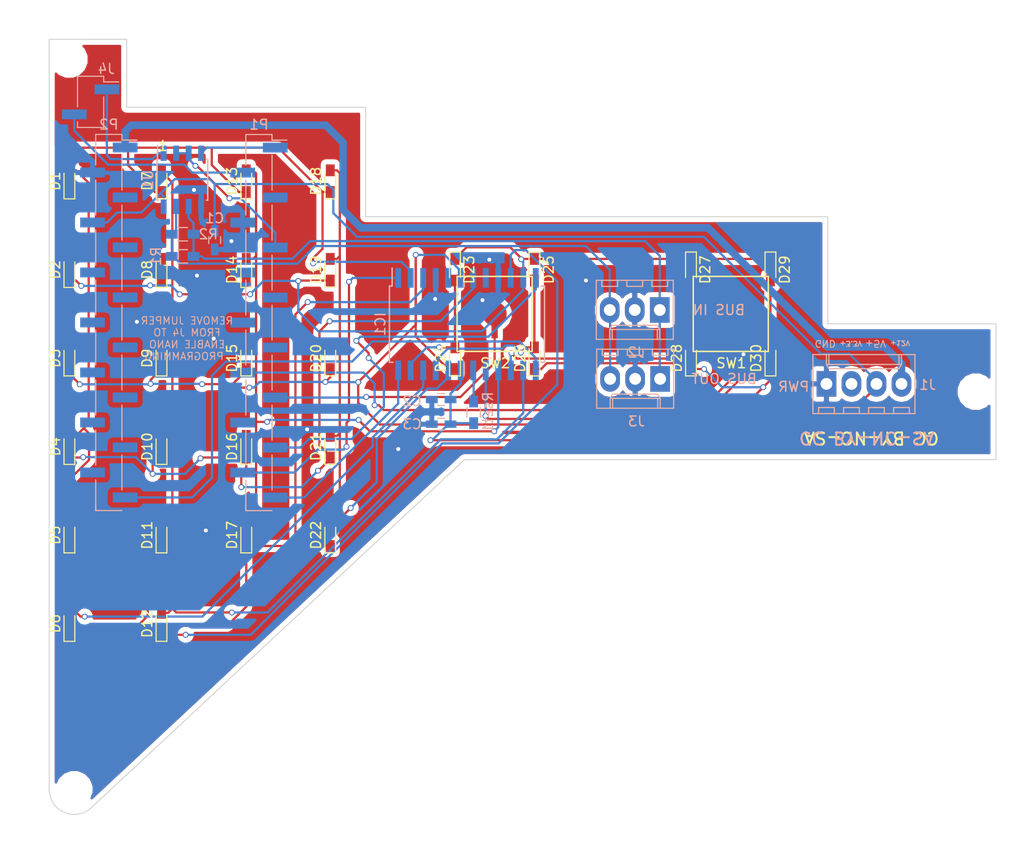
<source format=kicad_pcb>
(kicad_pcb (version 4) (host pcbnew 4.0.7)
  (title_block (title "ABSIS NANO GENERAL I/O") (date 2017-12-26) (rev -) (company "F/A-18C SIMPIT") (comment 1 "JOHN STEENSEN"))
  (layers (0 F.Cu signal) (31 B.Cu signal) (34 B.Paste user) (35 F.Paste user) (36 B.SilkS user) (37 F.SilkS user) (38 B.Mask user) (39 F.Mask user) (44 Edge.Cuts user))
  (net 0 "")
  (net 1 "/1(Tx)")
  (net 2 "/0(Rx)")
  (net 3 GND)
  (net 4 /2)
  (net 5 +5V)
  (net 6 +12V)
  (net 7 "Net-(J2-Pad1)")
  (net 8 "Net-(J2-Pad3)")
  (net 9 /RX_ENABLE)
  (net 10 /Dig0)
  (net 11 /SegDP)
  (net 12 /Dig1)
  (net 13 /Dig2)
  (net 14 /Dig3)
  (net 15 /Dig4)
  (net 16 /Dig5)
  (net 17 /SegA)
  (net 18 /SegB)
  (net 19 /SegC)
  (net 20 /SegD)
  (net 21 /SegE)
  (net 22 /SegF)
  (net 23 /SegG)
  (net 24 "Net-(IC1-Pad18)")
  (net 25 /7)
  (net 26 /8)
  (net 27 "/11(**/MOSI)")
  (net 28 "/10(**/SS)")
  (net 29 "/13(SCK)")
  (net 30 "/12(MISO)")
  (module "KiCAD Libraries:via0.6" (layer F.Cu) (at 163.25 66.5)
    (fp_text reference REF** hide)
    (fp_text value via0.6 hide)
    (pad 1 thru_hole circle (at 0 0) (size 0.6 0.6) (drill 0.4) (layers *.Cu) (net 3 GND))
  )
  (module "KiCAD Libraries:via0.6" (layer F.Cu) (at 152.06 50.87)
    (fp_text reference REF** hide)
    (fp_text value via0.6 hide)
    (pad 1 thru_hole circle (at 0 0) (size 0.6 0.6) (drill 0.4) (layers *.Cu) (net 3 GND))
  )
  (module "KiCAD Libraries:via0.6" (layer F.Cu) (at 181.75 49.25)
    (fp_text reference REF** hide)
    (fp_text value via0.6 hide)
    (pad 1 thru_hole circle (at 0 0) (size 0.6 0.6) (drill 0.4) (layers *.Cu) (net 3 GND))
  )
  (module "KiCAD Libraries:via0.6" (layer F.Cu) (at 181.06 53.37)
    (fp_text reference REF** hide)
    (fp_text value via0.6 hide)
    (pad 1 thru_hole circle (at 0 0) (size 0.6 0.6) (drill 0.4) (layers *.Cu) (net 3 GND))
  )
  (module "KiCAD Libraries:via0.6" (layer F.Cu) (at 207.56 58.87)
    (fp_text reference REF** hide)
    (fp_text value via0.6 hide)
    (pad 1 thru_hole circle (at 0 0) (size 0.6 0.6) (drill 0.4) (layers *.Cu) (net 3 GND))
  )
  (module "KiCAD Libraries:via0.6" (layer F.Cu) (at 176.25 53.25)
    (fp_text reference REF** hide)
    (fp_text value via0.6 hide)
    (pad 1 thru_hole circle (at 0 0) (size 0.6 0.6) (drill 0.4) (layers *.Cu) (net 3 GND))
  )
  (module "KiCAD Libraries:via0.6" (layer F.Cu) (at 151.76 42.17)
    (fp_text reference REF** hide)
    (fp_text value via0.6 hide)
    (pad 1 thru_hole circle (at 0 0) (size 0.6 0.6) (drill 0.4) (layers *.Cu) (net 3 GND))
  )
  (module "KiCAD Libraries:via0.6" (layer F.Cu) (at 155.56 47.37)
    (fp_text reference REF** hide)
    (fp_text value via0.6 hide)
    (pad 1 thru_hole circle (at 0 0) (size 0.6 0.6) (drill 0.4) (layers *.Cu) (net 3 GND))
  )
  (module "KiCAD Libraries:via0.6" (layer F.Cu) (at 152.96 76.77)
    (fp_text reference REF** hide)
    (fp_text value via0.6 hide)
    (pad 1 thru_hole circle (at 0 0) (size 0.6 0.6) (drill 0.4) (layers *.Cu) (net 3 GND))
  )
  (module "KiCAD Libraries:via0.6" (layer F.Cu) (at 145.96 55.57)
    (fp_text reference REF** hide)
    (fp_text value via0.6 hide)
    (pad 1 thru_hole circle (at 0 0) (size 0.6 0.6) (drill 0.4) (layers *.Cu) (net 3 GND))
  )
  (module "KiCAD Libraries:via0.6" (layer F.Cu) (at 153.76 57.27)
    (fp_text reference REF** hide)
    (fp_text value via0.6 hide)
    (pad 1 thru_hole circle (at 0 0) (size 0.6 0.6) (drill 0.4) (layers *.Cu) (net 3 GND))
  )
  (module "KiCAD Libraries:via0.6" (layer F.Cu) (at 191.56 51.37)
    (fp_text reference REF** hide)
    (fp_text value via0.6 hide)
    (pad 1 thru_hole circle (at 0 0) (size 0.6 0.6) (drill 0.4) (layers *.Cu) (net 3 GND))
  )
  (module "KiCAD Libraries:via0.6" (layer F.Cu) (at 172.5 68.5)
    (fp_text reference REF** hide)
    (fp_text value via0.6 hide)
    (pad 1 thru_hole circle (at 0 0) (size 0.6 0.6) (drill 0.4) (layers *.Cu) (net 3 GND))
  )
  (module Connectors_Molex:Molex_KK-6410-04_04x2.54mm_Straight (layer B.Cu) (at 215.985652 61.878332)
    (fp_text reference J1 (at 10.274348 0.091668 180) (layer B.SilkS) (effects (justify mirror)))
    (fp_text value PWR (at -3.325652 0.291668 180) (layer B.SilkS) (effects (justify mirror)))
    (pad 1 thru_hole rect (at 0 0) (size 2 2.6) (drill 1.2) (layers *.Cu *.Mask) (net 3 GND))
    (pad 2 thru_hole oval (at 2.54 0) (size 2 2.6) (drill 1.2) (layers *.Cu *.Mask))
    (pad 3 thru_hole oval (at 5.08 0) (size 2 2.6) (drill 1.2) (layers *.Cu *.Mask) (net 5 +5V))
    (pad 4 thru_hole oval (at 7.62 0) (size 2 2.6) (drill 1.2) (layers *.Cu *.Mask) (net 6 +12V))
  )
  (module Capacitors_SMD:C_0603_HandSoldering (layer B.Cu) (at 153.86 47.27 270)
    (fp_text reference C1 (at -2.225 0 360) (layer B.SilkS) (effects (justify mirror)))
    (fp_text value 0.1uF)
    (pad 1 smd rect (at -0.95 0 270) (size 1.2 0.75) (layers B.Cu B.Paste B.Mask) (net 5 +5V))
    (pad 2 smd rect (at 0.95 0 270) (size 1.2 0.75) (layers B.Cu B.Paste B.Mask) (net 3 GND))
  )
  (module Resistors_SMD:R_0603_HandSoldering (layer B.Cu) (at 150.61 48.92)
    (fp_text reference R1 (at -2.71 0 270) (layer B.SilkS) (effects (justify mirror)))
    (fp_text value 120)
    (pad 1 smd rect (at -1.1 0) (size 1.2 0.9) (layers B.Cu B.Paste B.Mask) (net 8 "Net-(J2-Pad3)"))
    (pad 2 smd rect (at 1.1 0) (size 1.2 0.9) (layers B.Cu B.Paste B.Mask) (net 7 "Net-(J2-Pad1)"))
  )
  (module Housings_SOIC:SOIC-8_3.9x4.9mm_Pitch1.27mm (layer B.Cu) (at 150.581981 41.139933 270)
    (fp_text reference U1 (at 0 3.5 270) (layer B.SilkS) (effects (justify mirror)))
    (fp_text value MAX487EESA)
    (pad 1 smd rect (at -2.7 1.905 270) (size 1.55 0.6) (layers B.Cu B.Paste B.Mask) (net 9 /RX_ENABLE))
    (pad 2 smd rect (at -2.7 0.635 270) (size 1.55 0.6) (layers B.Cu B.Paste B.Mask) (net 4 /2))
    (pad 3 smd rect (at -2.7 -0.635 270) (size 1.55 0.6) (layers B.Cu B.Paste B.Mask) (net 4 /2))
    (pad 4 smd rect (at -2.7 -1.905 270) (size 1.55 0.6) (layers B.Cu B.Paste B.Mask) (net 1 "/1(Tx)"))
    (pad 5 smd rect (at 2.7 -1.905 270) (size 1.55 0.6) (layers B.Cu B.Paste B.Mask) (net 3 GND))
    (pad 6 smd rect (at 2.7 -0.635 270) (size 1.55 0.6) (layers B.Cu B.Paste B.Mask) (net 7 "Net-(J2-Pad1)"))
    (pad 7 smd rect (at 2.7 0.635 270) (size 1.55 0.6) (layers B.Cu B.Paste B.Mask) (net 8 "Net-(J2-Pad3)"))
    (pad 8 smd rect (at 2.7 1.905 270) (size 1.55 0.6) (layers B.Cu B.Paste B.Mask) (net 5 +5V))
  )
  (module Connectors_Molex:Molex_KK-6410-03_03x2.54mm_Straight (layer B.Cu) (at 199.06 54.37 180)
    (fp_text reference J2 (at 2.413 -4.318 360) (layer B.SilkS) (effects (justify mirror)))
    (fp_text value "BUS IN" (at -6 0 180) (layer B.SilkS) (effects (justify mirror)))
    (pad 1 thru_hole rect (at 0 0 180) (size 2 2.6) (drill 1.2) (layers *.Cu *.Mask) (net 7 "Net-(J2-Pad1)"))
    (pad 2 thru_hole oval (at 2.54 0 180) (size 2 2.6) (drill 1.2) (layers *.Cu *.Mask) (net 3 GND))
    (pad 3 thru_hole oval (at 5.08 0 180) (size 2 2.6) (drill 1.2) (layers *.Cu *.Mask) (net 8 "Net-(J2-Pad3)"))
  )
  (module Connectors_Molex:Molex_KK-6410-03_03x2.54mm_Straight (layer B.Cu) (at 199.1 61.37 180)
    (fp_text reference J3 (at 2.413 -4.318 180) (layer B.SilkS) (effects (justify mirror)))
    (fp_text value "BUS OUT" (at -6.5 0 180) (layer B.SilkS) (effects (justify mirror)))
    (pad 1 thru_hole rect (at 0 0 180) (size 2 2.6) (drill 1.2) (layers *.Cu *.Mask) (net 7 "Net-(J2-Pad1)"))
    (pad 2 thru_hole oval (at 2.54 0 180) (size 2 2.6) (drill 1.2) (layers *.Cu *.Mask) (net 3 GND))
    (pad 3 thru_hole oval (at 5.08 0 180) (size 2 2.6) (drill 1.2) (layers *.Cu *.Mask) (net 8 "Net-(J2-Pad3)"))
  )
  (module Mounting_Holes:MountingHole_2.7mm_M2.5_ISO14580 (layer B.Cu) (at 139.095652 28.908332 180)
    (fp_text reference MK1 hide)
    (fp_text value Mounting_Hole hide)
    (pad 1 np_thru_hole circle (at 0 0 180) (size 2.7 2.7) (drill 2.7) (layers *.Cu *.Mask))
  )
  (module Mounting_Holes:MountingHole_2.7mm_M2.5_ISO14580 (layer B.Cu) (at 139.595652 103.078332 180)
    (fp_text reference MK2 hide)
    (fp_text value Mounting_Hole hide)
    (pad 1 np_thru_hole circle (at 0 0 180) (size 2.7 2.7) (drill 2.7) (layers *.Cu *.Mask))
  )
  (module Mounting_Holes:MountingHole_2.7mm_M2.5_ISO14580 (layer B.Cu) (at 231.165652 62.668332 180)
    (fp_text reference MK3 hide)
    (fp_text value Mounting_Hole hide)
    (pad 1 np_thru_hole circle (at 0 0 180) (size 2.7 2.7) (drill 2.7) (layers *.Cu *.Mask))
  )
  (module Capacitors_SMD:C_0603_HandSoldering (layer B.Cu) (at 176.86 63.47 180)
    (fp_text reference C2 (at 2.95 -0.16 180) (layer B.SilkS) (effects (justify mirror)))
    (fp_text value 100nF)
    (pad 1 smd rect (at -0.95 0 180) (size 1.2 0.75) (layers B.Cu B.Paste B.Mask) (net 5 +5V))
    (pad 2 smd rect (at 0.95 0 180) (size 1.2 0.75) (layers B.Cu B.Paste B.Mask) (net 3 GND))
  )
  (module Capacitors_SMD:C_0603_HandSoldering (layer B.Cu) (at 176.86 65.97 180)
    (fp_text reference C3 (at 2.95 0 180) (layer B.SilkS) (effects (justify mirror)))
    (fp_text value 47uF)
    (pad 1 smd rect (at -0.95 0 180) (size 1.2 0.75) (layers B.Cu B.Paste B.Mask) (net 5 +5V))
    (pad 2 smd rect (at 0.95 0 180) (size 1.2 0.75) (layers B.Cu B.Paste B.Mask) (net 3 GND))
  )
  (module LEDs:LED_0603_HandSoldering (layer F.Cu) (at 139.108802 41.277208 90)
    (fp_text reference D1 (at 0 -1.45 90) (layer F.SilkS))
    (fp_text value 0,0)
    (pad 1 smd rect (at -1.1 0 90) (size 1.2 0.9) (layers F.Cu F.Paste F.Mask) (net 10 /Dig0))
    (pad 2 smd rect (at 1.1 0 90) (size 1.2 0.9) (layers F.Cu F.Paste F.Mask) (net 11 /SegDP))
  )
  (module LEDs:LED_0603_HandSoldering (layer F.Cu) (at 139.108802 50.277208 90)
    (fp_text reference D2 (at 0 -1.45 90) (layer F.SilkS))
    (fp_text value 1,0)
    (pad 1 smd rect (at -1.1 0 90) (size 1.2 0.9) (layers F.Cu F.Paste F.Mask) (net 12 /Dig1))
    (pad 2 smd rect (at 1.1 0 90) (size 1.2 0.9) (layers F.Cu F.Paste F.Mask) (net 11 /SegDP))
  )
  (module LEDs:LED_0603_HandSoldering (layer F.Cu) (at 139.108802 59.267208 90)
    (fp_text reference D3 (at 0 -1.45 90) (layer F.SilkS))
    (fp_text value 2,0)
    (pad 1 smd rect (at -1.1 0 90) (size 1.2 0.9) (layers F.Cu F.Paste F.Mask) (net 13 /Dig2))
    (pad 2 smd rect (at 1.1 0 90) (size 1.2 0.9) (layers F.Cu F.Paste F.Mask) (net 11 /SegDP))
  )
  (module LEDs:LED_0603_HandSoldering (layer F.Cu) (at 139.108802 68.257208 90)
    (fp_text reference D4 (at 0 -1.45 90) (layer F.SilkS))
    (fp_text value 3,0)
    (pad 1 smd rect (at -1.1 0 90) (size 1.2 0.9) (layers F.Cu F.Paste F.Mask) (net 14 /Dig3))
    (pad 2 smd rect (at 1.1 0 90) (size 1.2 0.9) (layers F.Cu F.Paste F.Mask) (net 11 /SegDP))
  )
  (module LEDs:LED_0603_HandSoldering (layer F.Cu) (at 139.108802 77.247208 90)
    (fp_text reference D5 (at 0 -1.45 90) (layer F.SilkS))
    (fp_text value 4,0)
    (pad 1 smd rect (at -1.1 0 90) (size 1.2 0.9) (layers F.Cu F.Paste F.Mask) (net 15 /Dig4))
    (pad 2 smd rect (at 1.1 0 90) (size 1.2 0.9) (layers F.Cu F.Paste F.Mask) (net 11 /SegDP))
  )
  (module LEDs:LED_0603_HandSoldering (layer F.Cu) (at 139.108802 86.237208 90)
    (fp_text reference D6 (at 0 -1.45 90) (layer F.SilkS))
    (fp_text value 5,0)
    (pad 1 smd rect (at -1.1 0 90) (size 1.2 0.9) (layers F.Cu F.Paste F.Mask) (net 16 /Dig5))
    (pad 2 smd rect (at 1.1 0 90) (size 1.2 0.9) (layers F.Cu F.Paste F.Mask) (net 11 /SegDP))
  )
  (module LEDs:LED_0603_HandSoldering (layer F.Cu) (at 148.458802 41.277208 90)
    (fp_text reference D7 (at 0 -1.45 90) (layer F.SilkS))
    (fp_text value 0,1)
    (pad 1 smd rect (at -1.1 0 90) (size 1.2 0.9) (layers F.Cu F.Paste F.Mask) (net 10 /Dig0))
    (pad 2 smd rect (at 1.1 0 90) (size 1.2 0.9) (layers F.Cu F.Paste F.Mask) (net 17 /SegA))
  )
  (module LEDs:LED_0603_HandSoldering (layer F.Cu) (at 148.458802 50.277208 90)
    (fp_text reference D8 (at 0 -1.45 90) (layer F.SilkS))
    (fp_text value 1,1)
    (pad 1 smd rect (at -1.1 0 90) (size 1.2 0.9) (layers F.Cu F.Paste F.Mask) (net 12 /Dig1))
    (pad 2 smd rect (at 1.1 0 90) (size 1.2 0.9) (layers F.Cu F.Paste F.Mask) (net 17 /SegA))
  )
  (module LEDs:LED_0603_HandSoldering (layer F.Cu) (at 148.458802 59.267208 90)
    (fp_text reference D9 (at 0 -1.45 90) (layer F.SilkS))
    (fp_text value 2,1)
    (pad 1 smd rect (at -1.1 0 90) (size 1.2 0.9) (layers F.Cu F.Paste F.Mask) (net 13 /Dig2))
    (pad 2 smd rect (at 1.1 0 90) (size 1.2 0.9) (layers F.Cu F.Paste F.Mask) (net 17 /SegA))
  )
  (module LEDs:LED_0603_HandSoldering (layer F.Cu) (at 148.458802 68.257208 90)
    (fp_text reference D10 (at 0 -1.45 90) (layer F.SilkS))
    (fp_text value 3,1)
    (pad 1 smd rect (at -1.1 0 90) (size 1.2 0.9) (layers F.Cu F.Paste F.Mask) (net 14 /Dig3))
    (pad 2 smd rect (at 1.1 0 90) (size 1.2 0.9) (layers F.Cu F.Paste F.Mask) (net 17 /SegA))
  )
  (module LEDs:LED_0603_HandSoldering (layer F.Cu) (at 148.458802 77.247208 90)
    (fp_text reference D11 (at 0 -1.45 90) (layer F.SilkS))
    (fp_text value 4,1)
    (pad 1 smd rect (at -1.1 0 90) (size 1.2 0.9) (layers F.Cu F.Paste F.Mask) (net 15 /Dig4))
    (pad 2 smd rect (at 1.1 0 90) (size 1.2 0.9) (layers F.Cu F.Paste F.Mask) (net 17 /SegA))
  )
  (module LEDs:LED_0603_HandSoldering (layer F.Cu) (at 148.458802 86.237208 90)
    (fp_text reference D12 (at 0 -1.45 90) (layer F.SilkS))
    (fp_text value 5,1)
    (pad 1 smd rect (at -1.1 0 90) (size 1.2 0.9) (layers F.Cu F.Paste F.Mask) (net 16 /Dig5))
    (pad 2 smd rect (at 1.1 0 90) (size 1.2 0.9) (layers F.Cu F.Paste F.Mask) (net 17 /SegA))
  )
  (module LEDs:LED_0603_HandSoldering (layer F.Cu) (at 157.068802 41.277208 90)
    (fp_text reference D13 (at 0 -1.45 90) (layer F.SilkS))
    (fp_text value 0,2)
    (pad 1 smd rect (at -1.1 0 90) (size 1.2 0.9) (layers F.Cu F.Paste F.Mask) (net 10 /Dig0))
    (pad 2 smd rect (at 1.1 0 90) (size 1.2 0.9) (layers F.Cu F.Paste F.Mask) (net 18 /SegB))
  )
  (module LEDs:LED_0603_HandSoldering (layer F.Cu) (at 157.068802 50.277208 90)
    (fp_text reference D14 (at 0 -1.45 90) (layer F.SilkS))
    (fp_text value 1,2)
    (pad 1 smd rect (at -1.1 0 90) (size 1.2 0.9) (layers F.Cu F.Paste F.Mask) (net 12 /Dig1))
    (pad 2 smd rect (at 1.1 0 90) (size 1.2 0.9) (layers F.Cu F.Paste F.Mask) (net 18 /SegB))
  )
  (module LEDs:LED_0603_HandSoldering (layer F.Cu) (at 157.068802 59.267208 90)
    (fp_text reference D15 (at 0 -1.45 90) (layer F.SilkS))
    (fp_text value 2,2)
    (pad 1 smd rect (at -1.1 0 90) (size 1.2 0.9) (layers F.Cu F.Paste F.Mask) (net 13 /Dig2))
    (pad 2 smd rect (at 1.1 0 90) (size 1.2 0.9) (layers F.Cu F.Paste F.Mask) (net 18 /SegB))
  )
  (module LEDs:LED_0603_HandSoldering (layer F.Cu) (at 157.068802 68.257208 90)
    (fp_text reference D16 (at 0 -1.45 90) (layer F.SilkS))
    (fp_text value 3,2)
    (pad 1 smd rect (at -1.1 0 90) (size 1.2 0.9) (layers F.Cu F.Paste F.Mask) (net 14 /Dig3))
    (pad 2 smd rect (at 1.1 0 90) (size 1.2 0.9) (layers F.Cu F.Paste F.Mask) (net 18 /SegB))
  )
  (module LEDs:LED_0603_HandSoldering (layer F.Cu) (at 157.068802 77.247208 90)
    (fp_text reference D17 (at 0 -1.45 90) (layer F.SilkS))
    (fp_text value 4,2)
    (pad 1 smd rect (at -1.1 0 90) (size 1.2 0.9) (layers F.Cu F.Paste F.Mask) (net 15 /Dig4))
    (pad 2 smd rect (at 1.1 0 90) (size 1.2 0.9) (layers F.Cu F.Paste F.Mask) (net 18 /SegB))
  )
  (module LEDs:LED_0603_HandSoldering (layer F.Cu) (at 165.598802 41.277208 90)
    (fp_text reference D18 (at 0 -1.45 90) (layer F.SilkS))
    (fp_text value 0,3)
    (pad 1 smd rect (at -1.1 0 90) (size 1.2 0.9) (layers F.Cu F.Paste F.Mask) (net 10 /Dig0))
    (pad 2 smd rect (at 1.1 0 90) (size 1.2 0.9) (layers F.Cu F.Paste F.Mask) (net 19 /SegC))
  )
  (module LEDs:LED_0603_HandSoldering (layer F.Cu) (at 165.598802 50.277208 90)
    (fp_text reference D19 (at 0 -1.45 90) (layer F.SilkS))
    (fp_text value 1.3)
    (pad 1 smd rect (at -1.1 0 90) (size 1.2 0.9) (layers F.Cu F.Paste F.Mask) (net 12 /Dig1))
    (pad 2 smd rect (at 1.1 0 90) (size 1.2 0.9) (layers F.Cu F.Paste F.Mask) (net 19 /SegC))
  )
  (module LEDs:LED_0603_HandSoldering (layer F.Cu) (at 165.598802 59.267208 90)
    (fp_text reference D20 (at 0 -1.45 90) (layer F.SilkS))
    (fp_text value 2,3)
    (pad 1 smd rect (at -1.1 0 90) (size 1.2 0.9) (layers F.Cu F.Paste F.Mask) (net 13 /Dig2))
    (pad 2 smd rect (at 1.1 0 90) (size 1.2 0.9) (layers F.Cu F.Paste F.Mask) (net 19 /SegC))
  )
  (module LEDs:LED_0603_HandSoldering (layer F.Cu) (at 165.598802 68.257208 90)
    (fp_text reference D21 (at 0 -1.45 90) (layer F.SilkS))
    (fp_text value 3,3)
    (pad 1 smd rect (at -1.1 0 90) (size 1.2 0.9) (layers F.Cu F.Paste F.Mask) (net 14 /Dig3))
    (pad 2 smd rect (at 1.1 0 90) (size 1.2 0.9) (layers F.Cu F.Paste F.Mask) (net 19 /SegC))
  )
  (module LEDs:LED_0603_HandSoldering (layer F.Cu) (at 165.598802 77.247208 90)
    (fp_text reference D22 (at 0 -1.45 90) (layer F.SilkS))
    (fp_text value 4,3)
    (pad 1 smd rect (at -1.1 0 90) (size 1.2 0.9) (layers F.Cu F.Paste F.Mask) (net 15 /Dig4))
    (pad 2 smd rect (at 1.1 0 90) (size 1.2 0.9) (layers F.Cu F.Paste F.Mask) (net 19 /SegC))
  )
  (module LEDs:LED_0603_HandSoldering (layer F.Cu) (at 178.258802 50.277208 270)
    (fp_text reference D23 (at 0 -1.45 270) (layer F.SilkS))
    (fp_text value 1.4)
    (pad 1 smd rect (at -1.1 0 270) (size 1.2 0.9) (layers F.Cu F.Paste F.Mask) (net 12 /Dig1))
    (pad 2 smd rect (at 1.1 0 270) (size 1.2 0.9) (layers F.Cu F.Paste F.Mask) (net 20 /SegD))
  )
  (module LEDs:LED_0603_HandSoldering (layer F.Cu) (at 178.258802 59.267208 90)
    (fp_text reference D24 (at 0 -1.45 90) (layer F.SilkS))
    (fp_text value 2,4)
    (pad 1 smd rect (at -1.1 0 90) (size 1.2 0.9) (layers F.Cu F.Paste F.Mask) (net 13 /Dig2))
    (pad 2 smd rect (at 1.1 0 90) (size 1.2 0.9) (layers F.Cu F.Paste F.Mask) (net 20 /SegD))
  )
  (module LEDs:LED_0603_HandSoldering (layer F.Cu) (at 186.328802 50.277208 270)
    (fp_text reference D25 (at 0 -1.45 270) (layer F.SilkS))
    (fp_text value 1.5)
    (pad 1 smd rect (at -1.1 0 270) (size 1.2 0.9) (layers F.Cu F.Paste F.Mask) (net 12 /Dig1))
    (pad 2 smd rect (at 1.1 0 270) (size 1.2 0.9) (layers F.Cu F.Paste F.Mask) (net 21 /SegE))
  )
  (module LEDs:LED_0603_HandSoldering (layer F.Cu) (at 186.328802 59.267208 90)
    (fp_text reference D26 (at 0 -1.45 90) (layer F.SilkS))
    (fp_text value 2,5)
    (pad 1 smd rect (at -1.1 0 90) (size 1.2 0.9) (layers F.Cu F.Paste F.Mask) (net 13 /Dig2))
    (pad 2 smd rect (at 1.1 0 90) (size 1.2 0.9) (layers F.Cu F.Paste F.Mask) (net 21 /SegE))
  )
  (module LEDs:LED_0603_HandSoldering (layer F.Cu) (at 202.228802 50.277208 270)
    (fp_text reference D27 (at 0 -1.45 270) (layer F.SilkS))
    (fp_text value 1.6)
    (pad 1 smd rect (at -1.1 0 270) (size 1.2 0.9) (layers F.Cu F.Paste F.Mask) (net 12 /Dig1))
    (pad 2 smd rect (at 1.1 0 270) (size 1.2 0.9) (layers F.Cu F.Paste F.Mask) (net 22 /SegF))
  )
  (module LEDs:LED_0603_HandSoldering (layer F.Cu) (at 202.228802 59.267208 90)
    (fp_text reference D28 (at 0 -1.45 90) (layer F.SilkS))
    (fp_text value 2,6)
    (pad 1 smd rect (at -1.1 0 90) (size 1.2 0.9) (layers F.Cu F.Paste F.Mask) (net 13 /Dig2))
    (pad 2 smd rect (at 1.1 0 90) (size 1.2 0.9) (layers F.Cu F.Paste F.Mask) (net 22 /SegF))
  )
  (module LEDs:LED_0603_HandSoldering (layer F.Cu) (at 210.298802 50.277208 270)
    (fp_text reference D29 (at 0 -1.45 270) (layer F.SilkS))
    (fp_text value 1.7)
    (pad 1 smd rect (at -1.1 0 270) (size 1.2 0.9) (layers F.Cu F.Paste F.Mask) (net 12 /Dig1))
    (pad 2 smd rect (at 1.1 0 270) (size 1.2 0.9) (layers F.Cu F.Paste F.Mask) (net 23 /SegG))
  )
  (module LEDs:LED_0603_HandSoldering (layer F.Cu) (at 210.298802 59.267208 90)
    (fp_text reference D30 (at 0 -1.45 90) (layer F.SilkS))
    (fp_text value 2,7)
    (pad 1 smd rect (at -1.1 0 90) (size 1.2 0.9) (layers F.Cu F.Paste F.Mask) (net 13 /Dig2))
    (pad 2 smd rect (at 1.1 0 90) (size 1.2 0.9) (layers F.Cu F.Paste F.Mask) (net 23 /SegG))
  )
  (module Housings_SOIC:SOIC-24W_7.5x15.4mm_Pitch1.27mm (layer B.Cu) (at 179.480652 55.806332 270)
    (fp_text reference IC1 (at 0 8.8 270) (layer B.SilkS) (effects (justify mirror)))
    (fp_text value MAX7219)
    (pad 1 smd rect (at -4.7 6.985 270) (size 2 0.6) (layers B.Cu B.Paste B.Mask) (net 27 "/11(**/MOSI)"))
    (pad 2 smd rect (at -4.7 5.715 270) (size 2 0.6) (layers B.Cu B.Paste B.Mask) (net 10 /Dig0))
    (pad 3 smd rect (at -4.7 4.445 270) (size 2 0.6) (layers B.Cu B.Paste B.Mask) (net 15 /Dig4))
    (pad 4 smd rect (at -4.7 3.175 270) (size 2 0.6) (layers B.Cu B.Paste B.Mask) (net 3 GND))
    (pad 5 smd rect (at -4.7 1.905 270) (size 2 0.6) (layers B.Cu B.Paste B.Mask))
    (pad 6 smd rect (at -4.7 0.635 270) (size 2 0.6) (layers B.Cu B.Paste B.Mask) (net 13 /Dig2))
    (pad 7 smd rect (at -4.7 -0.635 270) (size 2 0.6) (layers B.Cu B.Paste B.Mask) (net 14 /Dig3))
    (pad 8 smd rect (at -4.7 -1.905 270) (size 2 0.6) (layers B.Cu B.Paste B.Mask))
    (pad 9 smd rect (at -4.7 -3.175 270) (size 2 0.6) (layers B.Cu B.Paste B.Mask) (net 3 GND))
    (pad 10 smd rect (at -4.7 -4.445 270) (size 2 0.6) (layers B.Cu B.Paste B.Mask) (net 16 /Dig5))
    (pad 11 smd rect (at -4.7 -5.715 270) (size 2 0.6) (layers B.Cu B.Paste B.Mask) (net 12 /Dig1))
    (pad 12 smd rect (at -4.7 -6.985 270) (size 2 0.6) (layers B.Cu B.Paste B.Mask) (net 28 "/10(**/SS)"))
    (pad 13 smd rect (at 4.7 -6.985 270) (size 2 0.6) (layers B.Cu B.Paste B.Mask) (net 29 "/13(SCK)"))
    (pad 14 smd rect (at 4.7 -5.715 270) (size 2 0.6) (layers B.Cu B.Paste B.Mask) (net 17 /SegA))
    (pad 15 smd rect (at 4.7 -4.445 270) (size 2 0.6) (layers B.Cu B.Paste B.Mask) (net 22 /SegF))
    (pad 16 smd rect (at 4.7 -3.175 270) (size 2 0.6) (layers B.Cu B.Paste B.Mask) (net 18 /SegB))
    (pad 17 smd rect (at 4.7 -1.905 270) (size 2 0.6) (layers B.Cu B.Paste B.Mask) (net 23 /SegG))
    (pad 18 smd rect (at 4.7 -0.635 270) (size 2 0.6) (layers B.Cu B.Paste B.Mask) (net 24 "Net-(IC1-Pad18)"))
    (pad 19 smd rect (at 4.7 0.635 270) (size 2 0.6) (layers B.Cu B.Paste B.Mask) (net 5 +5V))
    (pad 20 smd rect (at 4.7 1.905 270) (size 2 0.6) (layers B.Cu B.Paste B.Mask) (net 19 /SegC))
    (pad 21 smd rect (at 4.7 3.175 270) (size 2 0.6) (layers B.Cu B.Paste B.Mask) (net 21 /SegE))
    (pad 22 smd rect (at 4.7 4.445 270) (size 2 0.6) (layers B.Cu B.Paste B.Mask) (net 11 /SegDP))
    (pad 23 smd rect (at 4.7 5.715 270) (size 2 0.6) (layers B.Cu B.Paste B.Mask) (net 20 /SegD))
    (pad 24 smd rect (at 4.7 6.985 270) (size 2 0.6) (layers B.Cu B.Paste B.Mask) (net 30 "/12(MISO)"))
  )
  (module Resistors_SMD:R_0603_HandSoldering (layer B.Cu) (at 150.61 46.67)
    (fp_text reference R2 (at 2.6 0) (layer B.SilkS) (effects (justify mirror)))
    (fp_text value 120)
    (pad 1 smd rect (at -1.1 0) (size 1.2 0.9) (layers B.Cu B.Paste B.Mask) (net 8 "Net-(J2-Pad3)"))
    (pad 2 smd rect (at 1.1 0) (size 1.2 0.9) (layers B.Cu B.Paste B.Mask) (net 7 "Net-(J2-Pad1)"))
  )
  (module Resistors_SMD:R_0603_HandSoldering (layer B.Cu) (at 180.16 64.77 90)
    (fp_text reference Rset1 (at 0 1.45 90) (layer B.SilkS) (effects (justify mirror)))
    (fp_text value 30K)
    (pad 1 smd rect (at -1.1 0 90) (size 1.2 0.9) (layers B.Cu B.Paste B.Mask) (net 5 +5V))
    (pad 2 smd rect (at 1.1 0 90) (size 1.2 0.9) (layers B.Cu B.Paste B.Mask) (net 24 "Net-(IC1-Pad18)"))
  )
  (module "KiCAD Libraries:SWITCH_SNAP_DOME_6.3mm_DIA_SINGLE_SIDE_PCB" (layer F.Cu) (at 206.268802 54.767208 270)
    (fp_text reference SW1 (at 5.008 -0.056 360) (layer F.SilkS))
    (fp_text value "IN SWTCH")
    (pad 2 smd trapezoid (at 2.15 2.4 90) (size 1 1.09) (rect_delta 0 0.625) (layers F.Cu F.Paste F.Mask) (net 3 GND))
    (pad 2 smd trapezoid (at -2.15 2.4 90) (size 1 1.09) (rect_delta 0 0.625) (layers F.Cu F.Paste F.Mask) (net 3 GND))
    (pad 2 smd trapezoid (at 2.15 -2.4 270) (size 1 1.09) (rect_delta 0 0.625) (layers F.Cu F.Paste F.Mask) (net 3 GND))
    (pad 2 smd rect (at 2.4 1.6 270) (size 1.09 0.608) (layers F.Cu F.Paste F.Mask) (net 3 GND))
    (pad 2 smd rect (at 0 -2.415 270) (size 3.92 1.09) (layers F.Cu F.Paste F.Mask) (net 3 GND))
    (pad 1 smd circle (at 0 0 270) (size 2.45 2.45) (layers F.Cu F.Paste F.Mask) (net 25 /7))
    (pad 1 smd rect (at 1.25 0 270) (size 2.45 0.64) (layers F.Cu F.Paste F.Mask) (net 25 /7))
    (pad 2 smd rect (at 0 2.415 270) (size 3.92 1.09) (layers F.Cu F.Paste F.Mask) (net 3 GND))
    (pad 2 smd rect (at -2.415 0 270) (size 1.09 3.92) (layers F.Cu F.Paste F.Mask) (net 3 GND))
    (pad 2 smd rect (at 2.4 -1.6 270) (size 1.09 0.608) (layers F.Cu F.Paste F.Mask) (net 3 GND))
    (pad 2 smd trapezoid (at -2.15 -2.45 270) (size 1 1.09) (rect_delta 0 0.625) (layers F.Cu F.Paste F.Mask) (net 3 GND))
  )
  (module "KiCAD Libraries:SWITCH_SNAP_DOME_6.3mm_DIA_SINGLE_SIDE_PCB" (layer F.Cu) (at 182.288802 54.767208 270)
    (fp_text reference SW2 (at 5.008 -0.056 360) (layer F.SilkS))
    (fp_text value "OUT SWTCH")
    (pad 2 smd trapezoid (at 2.15 2.4 90) (size 1 1.09) (rect_delta 0 0.625) (layers F.Cu F.Paste F.Mask) (net 3 GND))
    (pad 2 smd trapezoid (at -2.15 2.4 90) (size 1 1.09) (rect_delta 0 0.625) (layers F.Cu F.Paste F.Mask) (net 3 GND))
    (pad 2 smd trapezoid (at 2.15 -2.4 270) (size 1 1.09) (rect_delta 0 0.625) (layers F.Cu F.Paste F.Mask) (net 3 GND))
    (pad 2 smd rect (at 2.4 1.6 270) (size 1.09 0.608) (layers F.Cu F.Paste F.Mask) (net 3 GND))
    (pad 2 smd rect (at 0 -2.415 270) (size 3.92 1.09) (layers F.Cu F.Paste F.Mask) (net 3 GND))
    (pad 1 smd circle (at 0 0 270) (size 2.45 2.45) (layers F.Cu F.Paste F.Mask) (net 26 /8))
    (pad 1 smd rect (at 1.25 0 270) (size 2.45 0.64) (layers F.Cu F.Paste F.Mask) (net 26 /8))
    (pad 2 smd rect (at 0 2.415 270) (size 3.92 1.09) (layers F.Cu F.Paste F.Mask) (net 3 GND))
    (pad 2 smd rect (at -2.415 0 270) (size 1.09 3.92) (layers F.Cu F.Paste F.Mask) (net 3 GND))
    (pad 2 smd rect (at 2.4 -1.6 270) (size 1.09 0.608) (layers F.Cu F.Paste F.Mask) (net 3 GND))
    (pad 2 smd trapezoid (at -2.15 -2.45 270) (size 1 1.09) (rect_delta 0 0.625) (layers F.Cu F.Paste F.Mask) (net 3 GND))
  )
  (module Pin_Headers:Pin_Header_Straight_1x15_Pitch2.54mm_SMD_Pin1Left (layer B.Cu) (at 143.110652 55.636332 180)
    (fp_text reference P2 (at 0 20.11 180) (layer B.SilkS) (effects (justify mirror)))
    (fp_text value Analog)
    (pad 1 smd rect (at -1.655 17.78 180) (size 2.51 1) (layers B.Cu B.Paste B.Mask) (net 6 +12V))
    (pad 3 smd rect (at -1.655 12.7 180) (size 2.51 1) (layers B.Cu B.Paste B.Mask))
    (pad 5 smd rect (at -1.655 7.62 180) (size 2.51 1) (layers B.Cu B.Paste B.Mask))
    (pad 7 smd rect (at -1.655 2.54 180) (size 2.51 1) (layers B.Cu B.Paste B.Mask))
    (pad 9 smd rect (at -1.655 -2.54 180) (size 2.51 1) (layers B.Cu B.Paste B.Mask))
    (pad 11 smd rect (at -1.655 -7.62 180) (size 2.51 1) (layers B.Cu B.Paste B.Mask))
    (pad 13 smd rect (at -1.655 -12.7 180) (size 2.51 1) (layers B.Cu B.Paste B.Mask))
    (pad 15 smd rect (at -1.655 -17.78 180) (size 2.51 1) (layers B.Cu B.Paste B.Mask) (net 29 "/13(SCK)"))
    (pad 2 smd rect (at 1.655 15.24 180) (size 2.51 1) (layers B.Cu B.Paste B.Mask) (net 3 GND))
    (pad 4 smd rect (at 1.655 10.16 180) (size 2.51 1) (layers B.Cu B.Paste B.Mask) (net 5 +5V))
    (pad 6 smd rect (at 1.655 5.08 180) (size 2.51 1) (layers B.Cu B.Paste B.Mask))
    (pad 8 smd rect (at 1.655 0 180) (size 2.51 1) (layers B.Cu B.Paste B.Mask))
    (pad 10 smd rect (at 1.655 -5.08 180) (size 2.51 1) (layers B.Cu B.Paste B.Mask))
    (pad 12 smd rect (at 1.655 -10.16 180) (size 2.51 1) (layers B.Cu B.Paste B.Mask))
    (pad 14 smd rect (at 1.655 -15.24 180) (size 2.51 1) (layers B.Cu B.Paste B.Mask))
  )
  (module Pin_Headers:Pin_Header_Straight_1x15_Pitch2.54mm_SMD_Pin1Left (layer B.Cu) (at 158.355652 55.646332 180)
    (fp_text reference P1 (at 0 20.11 180) (layer B.SilkS) (effects (justify mirror)))
    (fp_text value Digital)
    (pad 1 smd rect (at -1.655 17.78 180) (size 2.51 1) (layers B.Cu B.Paste B.Mask) (net 1 "/1(Tx)"))
    (pad 3 smd rect (at -1.655 12.7 180) (size 2.51 1) (layers B.Cu B.Paste B.Mask))
    (pad 5 smd rect (at -1.655 7.62 180) (size 2.51 1) (layers B.Cu B.Paste B.Mask) (net 4 /2))
    (pad 7 smd rect (at -1.655 2.54 180) (size 2.51 1) (layers B.Cu B.Paste B.Mask))
    (pad 9 smd rect (at -1.655 -2.54 180) (size 2.51 1) (layers B.Cu B.Paste B.Mask))
    (pad 11 smd rect (at -1.655 -7.62 180) (size 2.51 1) (layers B.Cu B.Paste B.Mask) (net 26 /8))
    (pad 13 smd rect (at -1.655 -12.7 180) (size 2.51 1) (layers B.Cu B.Paste B.Mask) (net 28 "/10(**/SS)"))
    (pad 15 smd rect (at -1.655 -17.78 180) (size 2.51 1) (layers B.Cu B.Paste B.Mask) (net 30 "/12(MISO)"))
    (pad 2 smd rect (at 1.655 15.24 180) (size 2.51 1) (layers B.Cu B.Paste B.Mask) (net 2 "/0(Rx)"))
    (pad 4 smd rect (at 1.655 10.16 180) (size 2.51 1) (layers B.Cu B.Paste B.Mask) (net 3 GND))
    (pad 6 smd rect (at 1.655 5.08 180) (size 2.51 1) (layers B.Cu B.Paste B.Mask))
    (pad 8 smd rect (at 1.655 0 180) (size 2.51 1) (layers B.Cu B.Paste B.Mask))
    (pad 10 smd rect (at 1.655 -5.08 180) (size 2.51 1) (layers B.Cu B.Paste B.Mask) (net 25 /7))
    (pad 12 smd rect (at 1.655 -10.16 180) (size 2.51 1) (layers B.Cu B.Paste B.Mask))
    (pad 14 smd rect (at 1.655 -15.24 180) (size 2.51 1) (layers B.Cu B.Paste B.Mask) (net 27 "/11(**/MOSI)"))
  )
  (module Pin_Headers:Pin_Header_Straight_1x02_Pitch2.54mm_SMD_Pin1Left (layer B.Cu) (at 141.26 33.22 180)
    (fp_text reference J4 (at -1.6 3.35 180) (layer B.SilkS) (effects (justify mirror)))
    (fp_text value "PGM ENBLE")
    (pad 1 smd rect (at -1.655 1.27 180) (size 2.51 1) (layers B.Cu B.Paste B.Mask) (net 9 /RX_ENABLE))
    (pad 2 smd rect (at 1.655 -1.27 180) (size 2.51 1) (layers B.Cu B.Paste B.Mask) (net 2 "/0(Rx)"))
  )
  (gr_line (start 233.198302 55.768332) (end 216.125652 55.768332) (layer Edge.Cuts) (width 0.1))
  (gr_line (start 233.198302 55.768332) (end 233.198302 69.56911) (layer Edge.Cuts) (width 0.1))
  (gr_line (start 216.02261 44.88666) (end 169.190302 44.88666) (layer Edge.Cuts) (width 0.1))
  (gr_line (start 179.242024 69.56911) (end 141.332198 104.944267) (layer Edge.Cuts) (width 0.1))
  (gr_line (start 144.925652 26.868332) (end 144.925652 33.768332) (layer Edge.Cuts) (width 0.1))
  (gr_arc (start 139.599302 103.087207) (end 141.332198 104.944267) (angle 133.0191311) (layer Edge.Cuts) (width 0.1))
  (gr_line (start 169.195652 44.888332) (end 169.195652 33.768332) (layer Edge.Cuts) (width 0.1))
  (gr_line (start 144.933302 33.768332) (end 169.190302 33.768332) (layer Edge.Cuts) (width 0.1))
  (gr_line (start 137.059302 103.087207) (end 137.059302 26.86536) (layer Edge.Cuts) (width 0.1))
  (gr_line (start 137.059302 26.86536) (end 144.925652 26.868332) (layer Edge.Cuts) (width 0.1))
  (gr_line (start 233.198302 69.56911) (end 179.242024 69.56911) (layer Edge.Cuts) (width 0.1))
  (gr_line (start 216.02261 44.88666) (end 216.125652 44.942543) (layer Edge.Cuts) (width 0.1))
  (gr_line (start 216.125652 55.768332) (end 216.125652 44.942543) (layer Edge.Cuts) (width 0.1))
  (gr_text "CC BY-NC-SA" (at 220.065652 67.378332 180) (layer B.SilkS) (effects (font (size 1.25 1.25) (thickness 0.2)) (justify mirror)))
  (gr_text "REMOVE JUMPER \nFROM J4 TO \nENABLE NANO \nPROGRAMMING" (at 150.76 57.27) (layer B.SilkS) (effects (font (size 0.75 0.75) (thickness 0.1)) (justify mirror)))
  (gr_text "CC BY-NC-SA" (at 220.565652 67.378332 180) (layer F.SilkS) (effects (font (size 1.25 1.25) (thickness 0.2))))
  (gr_text GND (at 215.865652 57.778332 180) (layer B.SilkS) (effects (font (size 0.7 0.7) (thickness 0.1)) (justify mirror)))
  (gr_text +3.3V (at 218.465652 57.778332 180) (layer B.SilkS) (effects (font (size 0.5 0.5) (thickness 0.1)) (justify mirror)))
  (gr_text +5V (at 220.965652 57.778332 180) (layer B.SilkS) (effects (font (size 0.7 0.7) (thickness 0.1)) (justify mirror)))
  (gr_text +12V (at 223.465652 57.728332 180) (layer B.SilkS) (effects (font (size 0.5 0.5) (thickness 0.1)) (justify mirror)))
  (gr_text 1 (at 148.596176 37.69754) (layer F.SilkS) (effects (font (size 1 1))))
  (segment (start 160.010652 37.866332) (end 153.060582 37.866332) (width 0.2286) (layer B.Cu) (net 1))
  (segment (start 153.060582 37.866332) (end 152.486981 38.439933) (width 0.2286) (layer B.Cu) (net 1))
  (segment (start 156.700652 40.406332) (end 151.582598 40.406332) (width 0.2286) (layer B.Cu) (net 2))
  (segment (start 151.582598 40.406332) (end 150.780497 39.604231) (width 0.2286) (layer B.Cu) (net 2))
  (segment (start 143.044231 39.604231) (end 139.605 36.165) (width 0.2286) (layer B.Cu) (net 2))
  (segment (start 150.780497 39.604231) (end 143.044231 39.604231) (width 0.2286) (layer B.Cu) (net 2))
  (segment (start 139.605 36.165) (end 139.605 34.49) (width 0.2286) (layer B.Cu) (net 2))
  (segment (start 151.91 39.72) (end 151.216981 39.026981) (width 0.2286) (layer B.Cu) (net 4))
  (segment (start 151.216981 39.026981) (end 151.216981 38.439933) (width 0.2286) (layer B.Cu) (net 4))
  (segment (start 155.36 43.02) (end 152.06 39.72) (width 0.2286) (layer F.Cu) (net 4))
  (segment (start 152.06 39.72) (end 151.91 39.72) (width 0.2286) (layer F.Cu) (net 4))
  (via (at 151.91 39.72) (size 0.6) (drill 0.4) (layers F.Cu B.Cu) (net 4))
  (segment (start 160.010652 48.026332) (end 160.010652 46.51555) (width 0.2286) (layer B.Cu) (net 4))
  (segment (start 160.010652 46.51555) (end 156.515102 43.02) (width 0.2286) (layer B.Cu) (net 4))
  (via (at 155.36 43.02) (size 0.6) (drill 0.4) (layers F.Cu B.Cu) (net 4))
  (segment (start 156.515102 43.02) (end 155.36 43.02) (width 0.2286) (layer B.Cu) (net 4))
  (segment (start 149.946981 38.439933) (end 151.216981 38.439933) (width 0.2286) (layer B.Cu) (net 4))
  (segment (start 215.64373 67.600254) (end 176.198723 67.600254) (width 0.2286) (layer F.Cu) (net 5))
  (segment (start 221.065652 62.178332) (end 215.64373 67.600254) (width 0.2286) (layer F.Cu) (net 5))
  (segment (start 221.065652 61.878332) (end 221.065652 62.178332) (width 0.2286) (layer F.Cu) (net 5))
  (segment (start 175.954746 67.600254) (end 175.774459 67.600254) (width 0.2286) (layer B.Cu) (net 5))
  (segment (start 176.198723 67.600254) (end 175.774459 67.600254) (width 0.2286) (layer F.Cu) (net 5))
  (segment (start 177.81 65.97) (end 177.585 65.97) (width 0.2286) (layer B.Cu) (net 5))
  (segment (start 177.585 65.97) (end 175.954746 67.600254) (width 0.2286) (layer B.Cu) (net 5))
  (via (at 175.774459 67.600254) (size 0.6) (drill 0.4) (layers F.Cu B.Cu) (net 5))
  (segment (start 153.86 41.57) (end 165.31 41.57) (width 0.2286) (layer B.Cu) (net 5))
  (segment (start 165.31 41.57) (end 165.91 42.17) (width 0.2286) (layer B.Cu) (net 5))
  (segment (start 165.91 42.17) (end 165.91 44.52) (width 0.2286) (layer B.Cu) (net 5))
  (segment (start 165.91 44.52) (end 168.328189 46.938189) (width 0.2286) (layer B.Cu) (net 5))
  (segment (start 168.328189 46.938189) (end 203.552571 46.938189) (width 0.2286) (layer B.Cu) (net 5))
  (segment (start 215.437401 58.823019) (end 218.310339 58.823019) (width 0.2286) (layer B.Cu) (net 5))
  (segment (start 203.552571 46.938189) (end 215.437401 58.823019) (width 0.2286) (layer B.Cu) (net 5))
  (segment (start 218.310339 58.823019) (end 221.065652 61.578332) (width 0.2286) (layer B.Cu) (net 5))
  (segment (start 221.065652 61.578332) (end 221.065652 61.878332) (width 0.2286) (layer B.Cu) (net 5))
  (segment (start 148.36 42.52) (end 149.806878 41.073122) (width 0.2286) (layer B.Cu) (net 5))
  (segment (start 149.806878 41.073122) (end 153.363122 41.073122) (width 0.2286) (layer B.Cu) (net 5))
  (segment (start 153.363122 41.073122) (end 153.86 41.57) (width 0.2286) (layer B.Cu) (net 5))
  (segment (start 153.86 46.32) (end 153.86 45.4914) (width 0.2286) (layer B.Cu) (net 5))
  (segment (start 153.86 45.4914) (end 153.86 41.57) (width 0.2286) (layer B.Cu) (net 5))
  (segment (start 146.41 44.47) (end 148.36 42.52) (width 0.2286) (layer B.Cu) (net 5))
  (segment (start 148.676981 42.836333) (end 148.360648 42.52) (width 0.2286) (layer B.Cu) (net 5))
  (segment (start 148.676981 43.839933) (end 148.676981 42.836333) (width 0.2286) (layer B.Cu) (net 5))
  (segment (start 148.360648 42.52) (end 148.36 42.52) (width 0.2286) (layer B.Cu) (net 5))
  (segment (start 141.455652 45.476332) (end 142.939252 45.476332) (width 0.2286) (layer B.Cu) (net 5))
  (segment (start 143.945584 44.47) (end 146.41 44.47) (width 0.2286) (layer B.Cu) (net 5))
  (segment (start 142.939252 45.476332) (end 143.945584 44.47) (width 0.2286) (layer B.Cu) (net 5))
  (segment (start 177.81 63.47) (end 177.81 62.8664) (width 0.2286) (layer B.Cu) (net 5))
  (segment (start 177.81 62.8664) (end 178.845652 61.830748) (width 0.2286) (layer B.Cu) (net 5))
  (segment (start 178.845652 61.830748) (end 178.845652 61.734932) (width 0.2286) (layer B.Cu) (net 5))
  (segment (start 178.845652 61.734932) (end 178.845652 60.506332) (width 0.2286) (layer B.Cu) (net 5))
  (segment (start 177.81 65.97) (end 177.81 65.3664) (width 0.2286) (layer B.Cu) (net 5))
  (segment (start 177.81 65.3664) (end 177.81 63.47) (width 0.2286) (layer B.Cu) (net 5))
  (segment (start 180.16 65.87) (end 177.91 65.87) (width 0.2286) (layer B.Cu) (net 5))
  (segment (start 177.91 65.87) (end 177.81 65.97) (width 0.2286) (layer B.Cu) (net 5))
  (segment (start 223.605652 61.878332) (end 223.605652 59.816332) (width 0.762) (layer B.Cu) (net 6))
  (segment (start 223.605652 59.816332) (end 221.913828 58.124508) (width 0.762) (layer B.Cu) (net 6))
  (segment (start 168.71 46.02) (end 166.91 44.22) (width 0.762) (layer B.Cu) (net 6))
  (segment (start 221.913828 58.124508) (end 216.064508 58.124508) (width 0.762) (layer B.Cu) (net 6))
  (segment (start 216.064508 58.124508) (end 203.96 46.02) (width 0.762) (layer B.Cu) (net 6))
  (segment (start 203.96 46.02) (end 168.71 46.02) (width 0.762) (layer B.Cu) (net 6))
  (segment (start 166.91 44.22) (end 166.91 37.37) (width 0.762) (layer B.Cu) (net 6))
  (segment (start 145.394157 35.585843) (end 144.765652 36.214348) (width 0.762) (layer B.Cu) (net 6))
  (segment (start 166.91 37.37) (end 165.125843 35.585843) (width 0.762) (layer B.Cu) (net 6))
  (segment (start 165.125843 35.585843) (end 145.394157 35.585843) (width 0.762) (layer B.Cu) (net 6))
  (segment (start 144.765652 36.214348) (end 144.765652 37.856332) (width 0.762) (layer B.Cu) (net 6))
  (segment (start 199.06 54.37) (end 199.06 61.33) (width 0.2286) (layer B.Cu) (net 7))
  (segment (start 199.06 61.33) (end 199.1 61.37) (width 0.2286) (layer B.Cu) (net 7))
  (segment (start 199.06 49.87) (end 199.06 54.37) (width 0.2286) (layer B.Cu) (net 7))
  (segment (start 151.71 48.92) (end 152.5386 48.92) (width 0.2286) (layer B.Cu) (net 7))
  (segment (start 152.5386 48.92) (end 152.771548 49.152948) (width 0.2286) (layer B.Cu) (net 7))
  (segment (start 152.771548 49.152948) (end 161.777052 49.152948) (width 0.2286) (layer B.Cu) (net 7))
  (segment (start 161.777052 49.152948) (end 163.56 47.37) (width 0.2286) (layer B.Cu) (net 7))
  (segment (start 163.56 47.37) (end 197.56 47.37) (width 0.2286) (layer B.Cu) (net 7))
  (segment (start 197.56 47.37) (end 199.06 48.87) (width 0.2286) (layer B.Cu) (net 7))
  (segment (start 199.06 48.87) (end 199.06 49.87) (width 0.2286) (layer B.Cu) (net 7))
  (segment (start 151.71 46.67) (end 151.71 48.92) (width 0.2286) (layer B.Cu) (net 7))
  (segment (start 151.216981 45.026981) (end 151.71 45.52) (width 0.2286) (layer B.Cu) (net 7))
  (segment (start 151.71 45.52) (end 151.71 46.67) (width 0.2286) (layer B.Cu) (net 7))
  (segment (start 151.216981 43.839933) (end 151.216981 45.026981) (width 0.2286) (layer B.Cu) (net 7))
  (segment (start 193.98 54.37) (end 193.98 50.29) (width 0.2286) (layer B.Cu) (net 8))
  (segment (start 194.02 61.37) (end 194.02 54.41) (width 0.2286) (layer B.Cu) (net 8))
  (segment (start 194.02 54.41) (end 193.98 54.37) (width 0.2286) (layer B.Cu) (net 8))
  (segment (start 164.06 47.87) (end 191.56 47.87) (width 0.2286) (layer B.Cu) (net 8))
  (segment (start 193.98 50.29) (end 191.56 47.87) (width 0.2286) (layer B.Cu) (net 8))
  (segment (start 162.267899 49.662101) (end 164.06 47.87) (width 0.2286) (layer B.Cu) (net 8))
  (segment (start 149.51 48.92) (end 149.66 48.92) (width 0.2286) (layer B.Cu) (net 8))
  (segment (start 149.66 48.92) (end 150.402101 49.662101) (width 0.2286) (layer B.Cu) (net 8))
  (segment (start 150.402101 49.662101) (end 162.267899 49.662101) (width 0.2286) (layer B.Cu) (net 8))
  (segment (start 149.51 46.67) (end 149.51 48.92) (width 0.2286) (layer B.Cu) (net 8))
  (segment (start 149.946981 43.839933) (end 149.946981 46.233019) (width 0.2286) (layer B.Cu) (net 8))
  (segment (start 149.946981 46.233019) (end 149.51 46.67) (width 0.2286) (layer B.Cu) (net 8))
  (segment (start 142.915 31.95) (end 142.915 38.638353) (width 0.2286) (layer B.Cu) (net 9))
  (segment (start 142.915 38.638353) (end 143.305958 39.029311) (width 0.2286) (layer B.Cu) (net 9))
  (segment (start 143.305958 39.029311) (end 147.559003 39.029311) (width 0.2286) (layer B.Cu) (net 9))
  (segment (start 147.559003 39.029311) (end 148.148381 38.439933) (width 0.2286) (layer B.Cu) (net 9))
  (segment (start 148.148381 38.439933) (end 148.676981 38.439933) (width 0.2286) (layer B.Cu) (net 9))
  (segment (start 139.108802 42.377208) (end 138 42.377208) (width 0.2286) (layer F.Cu) (net 10))
  (segment (start 138 42.377208) (end 138 42.364417) (width 0.2286) (layer F.Cu) (net 10))
  (segment (start 138 42.364417) (end 137.875286 42.239703) (width 0.2286) (layer F.Cu) (net 10))
  (segment (start 138.565652 37.878332) (end 145.065652 37.878332) (width 0.2286) (layer F.Cu) (net 10))
  (segment (start 137.875286 42.239703) (end 137.875286 38.568698) (width 0.2286) (layer F.Cu) (net 10))
  (segment (start 137.875286 38.568698) (end 138.565652 37.878332) (width 0.2286) (layer F.Cu) (net 10))
  (segment (start 164.814528 42.377208) (end 164.814528 48.14599) (width 0.2286) (layer F.Cu) (net 10))
  (segment (start 164.814528 48.14599) (end 163.857689 49.102829) (width 0.2286) (layer F.Cu) (net 10))
  (segment (start 163.857689 49.102829) (end 163.857689 49.627163) (width 0.2286) (layer F.Cu) (net 10))
  (segment (start 163.857689 49.627163) (end 163.862535 49.632009) (width 0.2286) (layer F.Cu) (net 10))
  (segment (start 173.765652 51.106332) (end 173.765652 50.406332) (width 0.2286) (layer B.Cu) (net 10))
  (segment (start 173.765652 50.406332) (end 172.833589 49.474269) (width 0.2286) (layer B.Cu) (net 10))
  (segment (start 172.833589 49.474269) (end 164.020275 49.474269) (width 0.2286) (layer B.Cu) (net 10))
  (segment (start 164.020275 49.474269) (end 163.862535 49.632009) (width 0.2286) (layer B.Cu) (net 10))
  (via (at 163.862535 49.632009) (size 0.6) (drill 0.4) (layers F.Cu B.Cu) (net 10))
  (segment (start 145.065652 37.878332) (end 153.565652 37.878332) (width 0.2286) (layer F.Cu) (net 10))
  (segment (start 145.065652 39.662658) (end 145.065652 37.878332) (width 0.2286) (layer F.Cu) (net 10))
  (segment (start 148.458802 42.377208) (end 147.780202 42.377208) (width 0.2286) (layer F.Cu) (net 10))
  (segment (start 147.780202 42.377208) (end 145.065652 39.662658) (width 0.2286) (layer F.Cu) (net 10))
  (segment (start 153.565652 37.878332) (end 160.315652 37.878332) (width 0.2286) (layer F.Cu) (net 10))
  (segment (start 156.315652 42.378332) (end 153.565652 39.628332) (width 0.2286) (layer F.Cu) (net 10))
  (segment (start 153.565652 39.628332) (end 153.565652 37.878332) (width 0.2286) (layer F.Cu) (net 10))
  (segment (start 156.389078 42.378332) (end 156.315652 42.378332) (width 0.2286) (layer F.Cu) (net 10))
  (segment (start 157.068802 42.377208) (end 156.390202 42.377208) (width 0.2286) (layer F.Cu) (net 10))
  (segment (start 156.390202 42.377208) (end 156.389078 42.378332) (width 0.2286) (layer F.Cu) (net 10))
  (segment (start 160.315652 37.878332) (end 164.814528 42.377208) (width 0.2286) (layer F.Cu) (net 10))
  (segment (start 164.814528 42.377208) (end 165.598802 42.377208) (width 0.2286) (layer F.Cu) (net 10))
  (segment (start 169.903589 68.226411) (end 169.903589 67.321632) (width 0.2286) (layer B.Cu) (net 11))
  (segment (start 140.66 85.52) (end 152.61 85.52) (width 0.2286) (layer B.Cu) (net 11))
  (segment (start 152.61 85.52) (end 169.903589 68.226411) (width 0.2286) (layer B.Cu) (net 11))
  (segment (start 169.903589 67.321632) (end 175.035652 62.189569) (width 0.2286) (layer B.Cu) (net 11))
  (segment (start 175.035652 62.189569) (end 175.035652 60.506332) (width 0.2286) (layer B.Cu) (net 11))
  (segment (start 141.065652 65.878332) (end 141.065652 57.37) (width 0.2286) (layer F.Cu) (net 11))
  (segment (start 141.065652 57.37) (end 141.065652 49.128332) (width 0.2286) (layer F.Cu) (net 11))
  (segment (start 139.108802 58.167208) (end 140.268444 58.167208) (width 0.2286) (layer F.Cu) (net 11))
  (segment (start 140.268444 58.167208) (end 141.065652 57.37) (width 0.2286) (layer F.Cu) (net 11))
  (segment (start 140.565652 66.378332) (end 141.065652 65.878332) (width 0.2286) (layer F.Cu) (net 11))
  (segment (start 141.065652 49.128332) (end 140.565652 48.628332) (width 0.2286) (layer F.Cu) (net 11))
  (segment (start 140.565652 48.378332) (end 141.065652 47.878332) (width 0.2286) (layer F.Cu) (net 11))
  (segment (start 139.815652 49.128332) (end 140.065652 49.128332) (width 0.2286) (layer F.Cu) (net 11))
  (segment (start 140.065652 49.128332) (end 140.565652 48.628332) (width 0.2286) (layer F.Cu) (net 11))
  (segment (start 140.565652 66.378958) (end 140.565652 66.378332) (width 0.2286) (layer F.Cu) (net 11))
  (segment (start 139.108802 67.157208) (end 139.787402 67.157208) (width 0.2286) (layer F.Cu) (net 11))
  (segment (start 139.787402 67.157208) (end 140.565652 66.378958) (width 0.2286) (layer F.Cu) (net 11))
  (segment (start 139.108802 85.137208) (end 139.66 85.137208) (width 0.2286) (layer F.Cu) (net 11))
  (segment (start 139.66 85.137208) (end 139.787402 85.137208) (width 0.2286) (layer F.Cu) (net 11))
  (segment (start 140.66 85.52) (end 140.235736 85.52) (width 0.2286) (layer F.Cu) (net 11))
  (segment (start 140.235736 85.52) (end 139.852944 85.137208) (width 0.2286) (layer F.Cu) (net 11))
  (segment (start 139.852944 85.137208) (end 139.66 85.137208) (width 0.2286) (layer F.Cu) (net 11))
  (via (at 140.66 85.52) (size 0.6) (drill 0.4) (layers F.Cu B.Cu) (net 11))
  (segment (start 140.51 84.41461) (end 140.51 77.698406) (width 0.2286) (layer F.Cu) (net 11))
  (segment (start 140.51 77.698406) (end 139.108802 76.297208) (width 0.2286) (layer F.Cu) (net 11))
  (segment (start 139.108802 76.297208) (end 139.108802 76.147208) (width 0.2286) (layer F.Cu) (net 11))
  (segment (start 139.787402 85.137208) (end 140.51 84.41461) (width 0.2286) (layer F.Cu) (net 11))
  (segment (start 139.108802 75.318608) (end 139.108802 76.147208) (width 0.2286) (layer F.Cu) (net 11))
  (segment (start 139.108802 71.59751) (end 139.108802 75.318608) (width 0.2286) (layer F.Cu) (net 11))
  (segment (start 141.102102 69.60421) (end 139.108802 71.59751) (width 0.2286) (layer F.Cu) (net 11))
  (segment (start 140.565652 66.378332) (end 141.102102 66.914782) (width 0.2286) (layer F.Cu) (net 11))
  (segment (start 141.102102 66.914782) (end 141.102102 69.60421) (width 0.2286) (layer F.Cu) (net 11))
  (segment (start 140.565652 48.378332) (end 140.565652 48.628332) (width 0.2286) (layer F.Cu) (net 11))
  (segment (start 139.108802 40.177208) (end 139.787402 40.177208) (width 0.2286) (layer F.Cu) (net 11))
  (segment (start 139.787402 40.177208) (end 141.065652 41.455458) (width 0.2286) (layer F.Cu) (net 11))
  (segment (start 141.065652 41.455458) (end 141.065652 47.878332) (width 0.2286) (layer F.Cu) (net 11))
  (segment (start 139.815652 49.128332) (end 139.815652 49.148958) (width 0.2286) (layer F.Cu) (net 11))
  (segment (start 139.815652 49.148958) (end 139.787402 49.177208) (width 0.2286) (layer F.Cu) (net 11))
  (segment (start 139.787402 49.177208) (end 139.108802 49.177208) (width 0.2286) (layer F.Cu) (net 11))
  (segment (start 185.195652 51.106332) (end 185.195652 52.337821) (width 0.2286) (layer B.Cu) (net 12))
  (segment (start 164.392321 56.531976) (end 162.349821 54.489476) (width 0.2286) (layer B.Cu) (net 12))
  (segment (start 162.349821 51.840031) (end 162.349821 51.415767) (width 0.2286) (layer B.Cu) (net 12))
  (segment (start 185.195652 52.337821) (end 181.001497 56.531976) (width 0.2286) (layer B.Cu) (net 12))
  (segment (start 181.001497 56.531976) (end 164.392321 56.531976) (width 0.2286) (layer B.Cu) (net 12))
  (segment (start 162.349821 54.489476) (end 162.349821 51.840031) (width 0.2286) (layer B.Cu) (net 12))
  (segment (start 185.06 49.177208) (end 183.88127 47.998478) (width 0.2286) (layer F.Cu) (net 12))
  (segment (start 183.88127 47.998478) (end 179.437532 47.998478) (width 0.2286) (layer F.Cu) (net 12))
  (segment (start 179.437532 47.998478) (end 178.258802 49.177208) (width 0.2286) (layer F.Cu) (net 12))
  (segment (start 185.020802 49.216406) (end 184.983244 49.216406) (width 0.2286) (layer F.Cu) (net 12))
  (segment (start 185.06 49.177208) (end 185.020802 49.216406) (width 0.2286) (layer F.Cu) (net 12))
  (segment (start 185.195652 49.428814) (end 184.983244 49.216406) (width 0.2286) (layer B.Cu) (net 12))
  (segment (start 185.195652 51.106332) (end 185.195652 49.428814) (width 0.2286) (layer B.Cu) (net 12))
  (via (at 184.983244 49.216406) (size 0.6) (drill 0.4) (layers F.Cu B.Cu) (net 12))
  (segment (start 186.328802 49.177208) (end 187.007402 49.177208) (width 0.2286) (layer F.Cu) (net 12))
  (segment (start 187.007402 49.177208) (end 202.228802 49.177208) (width 0.2286) (layer F.Cu) (net 12))
  (segment (start 161.925557 51.415767) (end 162.349821 51.415767) (width 0.2286) (layer B.Cu) (net 12))
  (segment (start 162.38838 51.377208) (end 162.349821 51.415767) (width 0.2286) (layer F.Cu) (net 12))
  (segment (start 165.598802 51.377208) (end 162.38838 51.377208) (width 0.2286) (layer F.Cu) (net 12))
  (segment (start 158.814233 51.415767) (end 161.925557 51.415767) (width 0.2286) (layer B.Cu) (net 12))
  (segment (start 157.46 52.77) (end 158.814233 51.415767) (width 0.2286) (layer B.Cu) (net 12))
  (via (at 162.349821 51.415767) (size 0.6) (drill 0.4) (layers F.Cu B.Cu) (net 12))
  (segment (start 186.328802 49.177208) (end 185.06 49.177208) (width 0.2286) (layer F.Cu) (net 12))
  (segment (start 155.82601 52.77) (end 157.46 52.77) (width 0.2286) (layer F.Cu) (net 12))
  (via (at 157.46 52.77) (size 0.6) (drill 0.4) (layers F.Cu B.Cu) (net 12))
  (segment (start 150.31 52.77) (end 155.82601 52.77) (width 0.2286) (layer F.Cu) (net 12))
  (segment (start 155.82601 52.77) (end 157.068802 51.527208) (width 0.2286) (layer F.Cu) (net 12))
  (segment (start 157.068802 51.527208) (end 157.068802 51.377208) (width 0.2286) (layer F.Cu) (net 12))
  (segment (start 147.31 51.87) (end 149.41 51.87) (width 0.2286) (layer B.Cu) (net 12))
  (segment (start 149.41 51.87) (end 150.31 52.77) (width 0.2286) (layer B.Cu) (net 12))
  (via (at 150.31 52.77) (size 0.6) (drill 0.4) (layers F.Cu B.Cu) (net 12))
  (segment (start 147.31 51.87) (end 147.96601 51.87) (width 0.2286) (layer F.Cu) (net 12))
  (segment (start 147.96601 51.87) (end 148.458802 51.377208) (width 0.2286) (layer F.Cu) (net 12))
  (segment (start 140.31 51.92) (end 147.26 51.92) (width 0.2286) (layer B.Cu) (net 12))
  (segment (start 147.26 51.92) (end 147.31 51.87) (width 0.2286) (layer B.Cu) (net 12))
  (via (at 147.31 51.87) (size 0.6) (drill 0.4) (layers F.Cu B.Cu) (net 12))
  (segment (start 139.108802 51.377208) (end 139.767208 51.377208) (width 0.2286) (layer F.Cu) (net 12))
  (segment (start 139.767208 51.377208) (end 140.31 51.92) (width 0.2286) (layer F.Cu) (net 12))
  (via (at 140.31 51.92) (size 0.6) (drill 0.4) (layers F.Cu B.Cu) (net 12))
  (segment (start 210.298802 49.177208) (end 209.620202 49.177208) (width 0.2286) (layer F.Cu) (net 12))
  (segment (start 209.620202 49.177208) (end 202.228802 49.177208) (width 0.2286) (layer F.Cu) (net 12))
  (segment (start 165.092301 61.680792) (end 158.422976 61.680792) (width 0.2286) (layer B.Cu) (net 13))
  (segment (start 158.422976 61.680792) (end 157.859705 62.244063) (width 0.2286) (layer B.Cu) (net 13))
  (segment (start 157.859705 62.244063) (end 157.389294 62.244063) (width 0.2286) (layer B.Cu) (net 13))
  (segment (start 157.389294 62.244063) (end 157.38033 62.253027) (width 0.2286) (layer B.Cu) (net 13))
  (segment (start 152.548025 61.87) (end 152.580569 61.902544) (width 0.2286) (layer B.Cu) (net 13))
  (segment (start 147.36 61.87) (end 152.548025 61.87) (width 0.2286) (layer B.Cu) (net 13))
  (segment (start 153.004833 61.902544) (end 152.580569 61.902544) (width 0.2286) (layer F.Cu) (net 13))
  (segment (start 155.76601 61.82) (end 155.683466 61.902544) (width 0.2286) (layer F.Cu) (net 13))
  (segment (start 155.683466 61.902544) (end 153.004833 61.902544) (width 0.2286) (layer F.Cu) (net 13))
  (via (at 152.580569 61.902544) (size 0.6) (drill 0.4) (layers F.Cu B.Cu) (net 13))
  (segment (start 168.437543 61.699299) (end 168.437543 63.807843) (width 0.2286) (layer F.Cu) (net 13))
  (segment (start 168.437543 63.807843) (end 170.635258 66.005558) (width 0.2286) (layer F.Cu) (net 13))
  (segment (start 205.77153 66.005558) (end 209.260318 62.51677) (width 0.2286) (layer F.Cu) (net 13))
  (segment (start 170.635258 66.005558) (end 205.77153 66.005558) (width 0.2286) (layer F.Cu) (net 13))
  (segment (start 209.260318 62.51677) (end 209.560317 62.216771) (width 0.2286) (layer F.Cu) (net 13))
  (segment (start 156.199037 62.253027) (end 156.956066 62.253027) (width 0.2286) (layer F.Cu) (net 13))
  (segment (start 155.76601 61.82) (end 156.199037 62.253027) (width 0.2286) (layer F.Cu) (net 13))
  (segment (start 156.956066 62.253027) (end 157.38033 62.253027) (width 0.2286) (layer F.Cu) (net 13))
  (via (at 157.38033 62.253027) (size 0.6) (drill 0.4) (layers F.Cu B.Cu) (net 13))
  (segment (start 186.328802 60.367208) (end 187.007402 60.367208) (width 0.2286) (layer F.Cu) (net 13))
  (segment (start 187.007402 60.367208) (end 187.59672 59.77789) (width 0.2286) (layer F.Cu) (net 13))
  (segment (start 187.59672 59.77789) (end 200.960884 59.77789) (width 0.2286) (layer F.Cu) (net 13))
  (segment (start 200.960884 59.77789) (end 201.550202 60.367208) (width 0.2286) (layer F.Cu) (net 13))
  (segment (start 201.550202 60.367208) (end 202.228802 60.367208) (width 0.2286) (layer F.Cu) (net 13))
  (segment (start 209.136053 62.216771) (end 209.560317 62.216771) (width 0.2286) (layer B.Cu) (net 13))
  (segment (start 205.406771 62.216771) (end 209.136053 62.216771) (width 0.2286) (layer B.Cu) (net 13))
  (segment (start 203.56 60.37) (end 205.406771 62.216771) (width 0.2286) (layer B.Cu) (net 13))
  (segment (start 209.860316 61.916772) (end 209.560317 62.216771) (width 0.2286) (layer F.Cu) (net 13))
  (segment (start 210.298802 61.478286) (end 209.860316 61.916772) (width 0.2286) (layer F.Cu) (net 13))
  (segment (start 210.298802 60.367208) (end 210.298802 61.478286) (width 0.2286) (layer F.Cu) (net 13))
  (via (at 209.560317 62.216771) (size 0.6) (drill 0.4) (layers F.Cu B.Cu) (net 13))
  (segment (start 165.113818 61.680792) (end 165.092301 61.680792) (width 0.2286) (layer F.Cu) (net 13))
  (segment (start 165.598802 61.195808) (end 165.113818 61.680792) (width 0.2286) (layer F.Cu) (net 13))
  (segment (start 165.598802 60.367208) (end 165.598802 61.195808) (width 0.2286) (layer F.Cu) (net 13))
  (via (at 165.092301 61.680792) (size 0.6) (drill 0.4) (layers F.Cu B.Cu) (net 13))
  (segment (start 165.110808 61.699299) (end 165.092301 61.680792) (width 0.2286) (layer B.Cu) (net 13))
  (segment (start 168.437543 61.699299) (end 165.110808 61.699299) (width 0.2286) (layer B.Cu) (net 13))
  (segment (start 168.737542 61.3993) (end 168.437543 61.699299) (width 0.2286) (layer F.Cu) (net 13))
  (segment (start 174.274167 55.862675) (end 168.737542 61.3993) (width 0.2286) (layer F.Cu) (net 13))
  (segment (start 174.274167 48.763656) (end 174.274167 55.862675) (width 0.2286) (layer F.Cu) (net 13))
  (via (at 168.437543 61.699299) (size 0.6) (drill 0.4) (layers F.Cu B.Cu) (net 13))
  (segment (start 202.228802 60.367208) (end 203.557208 60.367208) (width 0.2286) (layer F.Cu) (net 13))
  (segment (start 203.557208 60.367208) (end 203.56 60.37) (width 0.2286) (layer F.Cu) (net 13))
  (via (at 203.56 60.37) (size 0.6) (drill 0.4) (layers F.Cu B.Cu) (net 13))
  (segment (start 178.258802 60.367208) (end 177.580202 60.367208) (width 0.2286) (layer F.Cu) (net 13))
  (segment (start 177.580202 60.367208) (end 174.274167 57.061173) (width 0.2286) (layer F.Cu) (net 13))
  (segment (start 174.274167 57.061173) (end 174.274167 48.763656) (width 0.2286) (layer F.Cu) (net 13))
  (segment (start 174.698431 48.763656) (end 174.274167 48.763656) (width 0.2286) (layer B.Cu) (net 13))
  (segment (start 177.202976 48.763656) (end 174.698431 48.763656) (width 0.2286) (layer B.Cu) (net 13))
  (segment (start 178.845652 50.406332) (end 177.202976 48.763656) (width 0.2286) (layer B.Cu) (net 13))
  (segment (start 178.845652 51.106332) (end 178.845652 50.406332) (width 0.2286) (layer B.Cu) (net 13))
  (via (at 174.274167 48.763656) (size 0.6) (drill 0.4) (layers F.Cu B.Cu) (net 13))
  (segment (start 155.76601 61.82) (end 157.068802 60.517208) (width 0.2286) (layer F.Cu) (net 13))
  (segment (start 157.068802 60.517208) (end 157.068802 60.367208) (width 0.2286) (layer F.Cu) (net 13))
  (segment (start 147.36 61.87) (end 147.36 61.46601) (width 0.2286) (layer F.Cu) (net 13))
  (segment (start 147.36 61.46601) (end 148.458802 60.367208) (width 0.2286) (layer F.Cu) (net 13))
  (segment (start 140.16 61.92) (end 147.31 61.92) (width 0.2286) (layer B.Cu) (net 13))
  (segment (start 147.31 61.92) (end 147.36 61.87) (width 0.2286) (layer B.Cu) (net 13))
  (via (at 147.36 61.87) (size 0.6) (drill 0.4) (layers F.Cu B.Cu) (net 13))
  (segment (start 139.108802 60.367208) (end 139.108802 60.868802) (width 0.2286) (layer F.Cu) (net 13))
  (segment (start 139.108802 60.868802) (end 140.16 61.92) (width 0.2286) (layer F.Cu) (net 13))
  (via (at 140.16 61.92) (size 0.6) (drill 0.4) (layers F.Cu B.Cu) (net 13))
  (segment (start 180.115652 51.106332) (end 180.115652 52.177054) (width 0.2286) (layer B.Cu) (net 14))
  (segment (start 165.957851 55.506902) (end 165.533587 55.506902) (width 0.2286) (layer B.Cu) (net 14))
  (segment (start 180.115652 52.177054) (end 176.785804 55.506902) (width 0.2286) (layer B.Cu) (net 14))
  (segment (start 176.785804 55.506902) (end 165.957851 55.506902) (width 0.2286) (layer B.Cu) (net 14))
  (segment (start 152.118419 69.741877) (end 152.418418 69.441878) (width 0.2286) (layer B.Cu) (net 14))
  (segment (start 150.840296 71.02) (end 152.118419 69.741877) (width 0.2286) (layer B.Cu) (net 14))
  (segment (start 157.068802 69.357208) (end 152.503088 69.357208) (width 0.2286) (layer F.Cu) (net 14))
  (segment (start 147.56 71.02) (end 150.840296 71.02) (width 0.2286) (layer B.Cu) (net 14))
  (segment (start 152.503088 69.357208) (end 152.418418 69.441878) (width 0.2286) (layer F.Cu) (net 14))
  (via (at 152.418418 69.441878) (size 0.6) (drill 0.4) (layers F.Cu B.Cu) (net 14))
  (segment (start 164.055365 70.990699) (end 164.355364 70.6907) (width 0.2286) (layer B.Cu) (net 14))
  (segment (start 162.676064 72.37) (end 164.055365 70.990699) (width 0.2286) (layer B.Cu) (net 14))
  (segment (start 164.41531 70.6907) (end 164.355364 70.6907) (width 0.2286) (layer F.Cu) (net 14))
  (segment (start 165.598802 69.507208) (end 164.41531 70.6907) (width 0.2286) (layer F.Cu) (net 14))
  (segment (start 156.56 72.37) (end 162.676064 72.37) (width 0.2286) (layer B.Cu) (net 14))
  (segment (start 165.598802 69.357208) (end 165.598802 69.507208) (width 0.2286) (layer F.Cu) (net 14))
  (via (at 164.355364 70.6907) (size 0.6) (drill 0.4) (layers F.Cu B.Cu) (net 14))
  (segment (start 165.598802 69.207208) (end 164.500191 68.108597) (width 0.2286) (layer F.Cu) (net 14))
  (segment (start 164.500191 68.108597) (end 164.500191 56.540298) (width 0.2286) (layer F.Cu) (net 14))
  (segment (start 165.598802 69.357208) (end 165.598802 69.207208) (width 0.2286) (layer F.Cu) (net 14))
  (segment (start 164.500191 56.540298) (end 165.233588 55.806901) (width 0.2286) (layer F.Cu) (net 14))
  (segment (start 165.233588 55.806901) (end 165.533587 55.506902) (width 0.2286) (layer F.Cu) (net 14))
  (via (at 165.533587 55.506902) (size 0.6) (drill 0.4) (layers F.Cu B.Cu) (net 14))
  (segment (start 156.56 70.87) (end 157.068802 70.361198) (width 0.2286) (layer F.Cu) (net 14))
  (segment (start 157.068802 70.361198) (end 157.068802 69.357208) (width 0.2286) (layer F.Cu) (net 14))
  (segment (start 156.56 72.37) (end 156.56 70.87) (width 0.2286) (layer F.Cu) (net 14))
  (via (at 156.56 72.37) (size 0.6) (drill 0.4) (layers F.Cu B.Cu) (net 14))
  (segment (start 147.56 71.02) (end 147.56 69.57741) (width 0.2286) (layer F.Cu) (net 14))
  (segment (start 147.56 69.57741) (end 147.780202 69.357208) (width 0.2286) (layer F.Cu) (net 14))
  (segment (start 147.780202 69.357208) (end 148.458802 69.357208) (width 0.2286) (layer F.Cu) (net 14))
  (segment (start 140.51 69.32) (end 145.86 69.32) (width 0.2286) (layer B.Cu) (net 14))
  (segment (start 145.86 69.32) (end 147.56 71.02) (width 0.2286) (layer B.Cu) (net 14))
  (via (at 147.56 71.02) (size 0.6) (drill 0.4) (layers F.Cu B.Cu) (net 14))
  (segment (start 139.108802 69.357208) (end 140.472792 69.357208) (width 0.2286) (layer F.Cu) (net 14))
  (segment (start 140.472792 69.357208) (end 140.51 69.32) (width 0.2286) (layer F.Cu) (net 14))
  (via (at 140.51 69.32) (size 0.6) (drill 0.4) (layers F.Cu B.Cu) (net 14))
  (segment (start 146.065652 86.445107) (end 138.5 86.445107) (width 0.2286) (layer F.Cu) (net 15))
  (segment (start 138.5 86.434348) (end 138.065652 86) (width 0.2286) (layer F.Cu) (net 15))
  (segment (start 138.065652 86) (end 138.065652 78.711758) (width 0.2286) (layer F.Cu) (net 15))
  (segment (start 138.5 86.445107) (end 138.5 86.434348) (width 0.2286) (layer F.Cu) (net 15))
  (segment (start 175.035652 51.106332) (end 175.035652 52.252604) (width 0.2286) (layer B.Cu) (net 15))
  (segment (start 175.035652 52.252604) (end 173.719806 53.56845) (width 0.2286) (layer B.Cu) (net 15))
  (segment (start 173.719806 53.56845) (end 163.731616 53.56845) (width 0.2286) (layer B.Cu) (net 15))
  (segment (start 163.731616 53.56845) (end 163.307352 53.56845) (width 0.2286) (layer B.Cu) (net 15))
  (segment (start 163.007353 53.868449) (end 163.307352 53.56845) (width 0.2286) (layer F.Cu) (net 15))
  (segment (start 162.06 77.87) (end 162.06 54.815802) (width 0.2286) (layer F.Cu) (net 15))
  (segment (start 162.06 54.815802) (end 163.007353 53.868449) (width 0.2286) (layer F.Cu) (net 15))
  (via (at 163.307352 53.56845) (size 0.6) (drill 0.4) (layers F.Cu B.Cu) (net 15))
  (segment (start 161.56 78.347208) (end 157.068802 78.347208) (width 0.2286) (layer F.Cu) (net 15))
  (segment (start 162.06 77.87) (end 162.037208 77.87) (width 0.2286) (layer F.Cu) (net 15))
  (segment (start 162.037208 77.87) (end 161.56 78.347208) (width 0.2286) (layer F.Cu) (net 15))
  (segment (start 165.598802 78.347208) (end 162.56 78.347208) (width 0.2286) (layer F.Cu) (net 15))
  (segment (start 162.56 78.347208) (end 162.537208 78.347208) (width 0.2286) (layer F.Cu) (net 15))
  (segment (start 162.537208 78.347208) (end 162.06 77.87) (width 0.2286) (layer F.Cu) (net 15))
  (segment (start 155.139742 86.445107) (end 146.065652 86.445107) (width 0.2286) (layer F.Cu) (net 15))
  (segment (start 157.068802 78.347208) (end 157.068802 84.516047) (width 0.2286) (layer F.Cu) (net 15))
  (segment (start 157.068802 84.516047) (end 155.139742 86.445107) (width 0.2286) (layer F.Cu) (net 15))
  (segment (start 138.065652 78.711758) (end 138.430202 78.347208) (width 0.2286) (layer F.Cu) (net 15))
  (segment (start 138.430202 78.347208) (end 139.108802 78.347208) (width 0.2286) (layer F.Cu) (net 15))
  (segment (start 147.065652 80.568958) (end 147.065652 85.445107) (width 0.2286) (layer F.Cu) (net 15))
  (segment (start 147.065652 85.445107) (end 146.065652 86.445107) (width 0.2286) (layer F.Cu) (net 15))
  (segment (start 148.458802 78.347208) (end 148.458802 79.175808) (width 0.2286) (layer F.Cu) (net 15))
  (segment (start 148.458802 79.175808) (end 147.065652 80.568958) (width 0.2286) (layer F.Cu) (net 15))
  (segment (start 183.925652 51.106332) (end 183.925652 48.742416) (width 0.2286) (layer B.Cu) (net 16))
  (segment (start 183.925652 48.742416) (end 184.391659 48.276409) (width 0.2286) (layer B.Cu) (net 16))
  (segment (start 184.391659 48.276409) (end 185.461511 48.276409) (width 0.2286) (layer B.Cu) (net 16))
  (segment (start 185.461511 48.276409) (end 188.66 51.474898) (width 0.2286) (layer B.Cu) (net 16))
  (segment (start 188.66 51.474898) (end 188.66 61.950446) (width 0.2286) (layer B.Cu) (net 16))
  (segment (start 188.66 61.950446) (end 182.688944 67.921501) (width 0.2286) (layer B.Cu) (net 16))
  (segment (start 182.688944 67.921501) (end 176.975991 67.921501) (width 0.2286) (layer B.Cu) (net 16))
  (segment (start 176.975991 67.921501) (end 157.527492 87.37) (width 0.2286) (layer B.Cu) (net 16))
  (segment (start 151.334264 87.37) (end 150.91 87.37) (width 0.2286) (layer B.Cu) (net 16))
  (segment (start 157.527492 87.37) (end 151.334264 87.37) (width 0.2286) (layer B.Cu) (net 16))
  (segment (start 148.458802 87.337208) (end 139.108802 87.337208) (width 0.2286) (layer F.Cu) (net 16))
  (segment (start 150.91 87.37) (end 148.491594 87.37) (width 0.2286) (layer F.Cu) (net 16))
  (segment (start 148.491594 87.37) (end 148.458802 87.337208) (width 0.2286) (layer F.Cu) (net 16))
  (via (at 150.91 87.37) (size 0.6) (drill 0.4) (layers F.Cu B.Cu) (net 16))
  (segment (start 176.807651 67.51509) (end 182.520604 67.51509) (width 0.2286) (layer B.Cu) (net 17))
  (segment (start 155.606466 85.102071) (end 159.220671 85.102071) (width 0.2286) (layer B.Cu) (net 17))
  (segment (start 185.195652 61.734932) (end 185.195652 60.506332) (width 0.2286) (layer B.Cu) (net 17))
  (segment (start 185.195652 64.840043) (end 185.195652 61.734932) (width 0.2286) (layer B.Cu) (net 17))
  (segment (start 159.220671 85.102071) (end 176.807651 67.51509) (width 0.2286) (layer B.Cu) (net 17))
  (segment (start 182.520604 67.51509) (end 185.195652 64.840043) (width 0.2286) (layer B.Cu) (net 17))
  (segment (start 149.565652 41.434058) (end 149.565652 48.87) (width 0.2286) (layer F.Cu) (net 17))
  (segment (start 149.565652 48.87) (end 149.565652 57.628332) (width 0.2286) (layer F.Cu) (net 17))
  (segment (start 148.458802 49.177208) (end 149.137402 49.177208) (width 0.2286) (layer F.Cu) (net 17))
  (segment (start 149.137402 49.177208) (end 149.44461 48.87) (width 0.2286) (layer F.Cu) (net 17))
  (segment (start 149.44461 48.87) (end 149.565652 48.87) (width 0.2286) (layer F.Cu) (net 17))
  (segment (start 155.182202 85.102071) (end 155.606466 85.102071) (width 0.2286) (layer F.Cu) (net 17))
  (segment (start 149.958765 85.102071) (end 155.182202 85.102071) (width 0.2286) (layer F.Cu) (net 17))
  (segment (start 149.565652 84.708958) (end 149.958765 85.102071) (width 0.2286) (layer F.Cu) (net 17))
  (via (at 155.606466 85.102071) (size 0.6) (drill 0.4) (layers F.Cu B.Cu) (net 17))
  (segment (start 149.565652 57.628332) (end 149.565652 66.628332) (width 0.2286) (layer F.Cu) (net 17))
  (segment (start 148.458802 58.167208) (end 149.137402 58.167208) (width 0.2286) (layer F.Cu) (net 17))
  (segment (start 149.137402 58.167208) (end 149.565652 57.738958) (width 0.2286) (layer F.Cu) (net 17))
  (segment (start 149.565652 57.738958) (end 149.565652 57.628332) (width 0.2286) (layer F.Cu) (net 17))
  (segment (start 149.565652 66.628332) (end 149.565652 75.628332) (width 0.2286) (layer F.Cu) (net 17))
  (segment (start 148.458802 67.157208) (end 149.137402 67.157208) (width 0.2286) (layer F.Cu) (net 17))
  (segment (start 149.137402 67.157208) (end 149.565652 66.728958) (width 0.2286) (layer F.Cu) (net 17))
  (segment (start 149.565652 66.728958) (end 149.565652 66.628332) (width 0.2286) (layer F.Cu) (net 17))
  (segment (start 149.565652 75.628332) (end 149.565652 83.201758) (width 0.2286) (layer F.Cu) (net 17))
  (segment (start 148.458802 76.147208) (end 149.137402 76.147208) (width 0.2286) (layer F.Cu) (net 17))
  (segment (start 149.137402 76.147208) (end 149.565652 75.718958) (width 0.2286) (layer F.Cu) (net 17))
  (segment (start 149.565652 75.718958) (end 149.565652 75.628332) (width 0.2286) (layer F.Cu) (net 17))
  (segment (start 148.458802 40.177208) (end 148.458802 40.327208) (width 0.2286) (layer F.Cu) (net 17))
  (segment (start 148.458802 40.327208) (end 149.565652 41.434058) (width 0.2286) (layer F.Cu) (net 17))
  (segment (start 149.565652 83.201758) (end 149.56545 83.20196) (width 0.2286) (layer F.Cu) (net 17))
  (segment (start 149.56545 83.20196) (end 149.56545 83.602772) (width 0.2286) (layer F.Cu) (net 17))
  (segment (start 149.565652 83.602974) (end 149.565652 84.708958) (width 0.2286) (layer F.Cu) (net 17))
  (segment (start 149.56545 83.602772) (end 149.565652 83.602974) (width 0.2286) (layer F.Cu) (net 17))
  (segment (start 149.565652 84.708958) (end 149.137402 85.137208) (width 0.2286) (layer F.Cu) (net 17))
  (segment (start 149.137402 85.137208) (end 148.458802 85.137208) (width 0.2286) (layer F.Cu) (net 17))
  (segment (start 158.765066 65.734576) (end 159.18933 65.734576) (width 0.2286) (layer F.Cu) (net 18))
  (segment (start 158.080228 65.734576) (end 158.765066 65.734576) (width 0.2286) (layer F.Cu) (net 18))
  (segment (start 158.065652 65.72) (end 158.080228 65.734576) (width 0.2286) (layer F.Cu) (net 18))
  (segment (start 159.388305 65.535601) (end 159.18933 65.734576) (width 0.2286) (layer B.Cu) (net 18))
  (segment (start 168.469406 65.535601) (end 159.388305 65.535601) (width 0.2286) (layer B.Cu) (net 18))
  (via (at 159.18933 65.734576) (size 0.6) (drill 0.4) (layers F.Cu B.Cu) (net 18))
  (segment (start 168.769405 65.8356) (end 168.469406 65.535601) (width 0.2286) (layer F.Cu) (net 18))
  (segment (start 169.627436 66.693631) (end 168.769405 65.8356) (width 0.2286) (layer F.Cu) (net 18))
  (via (at 168.469406 65.535601) (size 0.6) (drill 0.4) (layers F.Cu B.Cu) (net 18))
  (segment (start 182.251686 66.693631) (end 169.627436 66.693631) (width 0.2286) (layer F.Cu) (net 18))
  (segment (start 182.655652 66.289665) (end 182.551685 66.393632) (width 0.2286) (layer B.Cu) (net 18))
  (segment (start 182.655652 60.506332) (end 182.655652 66.289665) (width 0.2286) (layer B.Cu) (net 18))
  (segment (start 182.551685 66.393632) (end 182.251686 66.693631) (width 0.2286) (layer B.Cu) (net 18))
  (via (at 182.251686 66.693631) (size 0.6) (drill 0.4) (layers F.Cu B.Cu) (net 18))
  (segment (start 158.065652 57.628332) (end 158.065652 65.72) (width 0.2286) (layer F.Cu) (net 18))
  (segment (start 158.065652 65.72) (end 158.065652 66.878332) (width 0.2286) (layer F.Cu) (net 18))
  (segment (start 158.065652 40.495458) (end 158.065652 48.628332) (width 0.2286) (layer F.Cu) (net 18))
  (segment (start 158.065652 48.628332) (end 158.065652 57.628332) (width 0.2286) (layer F.Cu) (net 18))
  (segment (start 157.068802 49.177208) (end 157.747402 49.177208) (width 0.2286) (layer F.Cu) (net 18))
  (segment (start 157.747402 49.177208) (end 158.065652 48.858958) (width 0.2286) (layer F.Cu) (net 18))
  (segment (start 158.065652 48.858958) (end 158.065652 48.628332) (width 0.2286) (layer F.Cu) (net 18))
  (segment (start 157.068802 58.167208) (end 157.747402 58.167208) (width 0.2286) (layer F.Cu) (net 18))
  (segment (start 157.747402 58.167208) (end 158.065652 57.848958) (width 0.2286) (layer F.Cu) (net 18))
  (segment (start 158.065652 57.848958) (end 158.065652 57.628332) (width 0.2286) (layer F.Cu) (net 18))
  (segment (start 158.065652 66.878332) (end 158.065652 75.878332) (width 0.2286) (layer F.Cu) (net 18))
  (segment (start 157.068802 67.157208) (end 157.747402 67.157208) (width 0.2286) (layer F.Cu) (net 18))
  (segment (start 157.747402 67.157208) (end 158.026278 66.878332) (width 0.2286) (layer F.Cu) (net 18))
  (segment (start 158.026278 66.878332) (end 158.065652 66.878332) (width 0.2286) (layer F.Cu) (net 18))
  (segment (start 158.065652 75.878332) (end 157.796776 76.147208) (width 0.2286) (layer F.Cu) (net 18))
  (segment (start 157.796776 76.147208) (end 157.068802 76.147208) (width 0.2286) (layer F.Cu) (net 18))
  (segment (start 157.068802 40.177208) (end 157.747402 40.177208) (width 0.2286) (layer F.Cu) (net 18))
  (segment (start 157.747402 40.177208) (end 158.065652 40.495458) (width 0.2286) (layer F.Cu) (net 18))
  (segment (start 167.971866 74.187591) (end 167.671867 74.48759) (width 0.2286) (layer B.Cu) (net 19))
  (segment (start 176.424075 62.357909) (end 175.442063 62.357909) (width 0.2286) (layer B.Cu) (net 19))
  (segment (start 177.575652 60.506332) (end 177.575652 61.206332) (width 0.2286) (layer B.Cu) (net 19))
  (segment (start 170.31 67.489971) (end 170.31 71.849457) (width 0.2286) (layer B.Cu) (net 19))
  (segment (start 170.31 71.849457) (end 167.971866 74.187591) (width 0.2286) (layer B.Cu) (net 19))
  (segment (start 175.442063 62.357909) (end 170.31 67.489971) (width 0.2286) (layer B.Cu) (net 19))
  (segment (start 177.575652 61.206332) (end 176.424075 62.357909) (width 0.2286) (layer B.Cu) (net 19))
  (segment (start 167.371868 74.787589) (end 167.671867 74.48759) (width 0.2286) (layer F.Cu) (net 19))
  (segment (start 166.565652 75.593805) (end 167.371868 74.787589) (width 0.2286) (layer F.Cu) (net 19))
  (segment (start 166.565652 75.72) (end 166.565652 75.593805) (width 0.2286) (layer F.Cu) (net 19))
  (via (at 167.671867 74.48759) (size 0.6) (drill 0.4) (layers F.Cu B.Cu) (net 19))
  (segment (start 166.565652 66.878332) (end 166.565652 75.72) (width 0.2286) (layer F.Cu) (net 19))
  (segment (start 166.565652 75.72) (end 166.565652 75.878332) (width 0.2286) (layer F.Cu) (net 19))
  (segment (start 166.565652 40.465458) (end 166.565652 48.878332) (width 0.2286) (layer F.Cu) (net 19))
  (segment (start 166.565652 48.878332) (end 166.565652 57.878332) (width 0.2286) (layer F.Cu) (net 19))
  (segment (start 165.598802 49.177208) (end 166.277402 49.177208) (width 0.2286) (layer F.Cu) (net 19))
  (segment (start 166.277402 49.177208) (end 166.565652 48.888958) (width 0.2286) (layer F.Cu) (net 19))
  (segment (start 166.565652 48.888958) (end 166.565652 48.878332) (width 0.2286) (layer F.Cu) (net 19))
  (segment (start 166.565652 57.878332) (end 166.565652 66.878332) (width 0.2286) (layer F.Cu) (net 19))
  (segment (start 165.598802 58.167208) (end 166.277402 58.167208) (width 0.2286) (layer F.Cu) (net 19))
  (segment (start 166.565652 57.878958) (end 166.565652 57.878332) (width 0.2286) (layer F.Cu) (net 19))
  (segment (start 166.277402 58.167208) (end 166.565652 57.878958) (width 0.2286) (layer F.Cu) (net 19))
  (segment (start 165.598802 67.157208) (end 166.277402 67.157208) (width 0.2286) (layer F.Cu) (net 19))
  (segment (start 166.277402 67.157208) (end 166.556278 66.878332) (width 0.2286) (layer F.Cu) (net 19))
  (segment (start 166.556278 66.878332) (end 166.565652 66.878332) (width 0.2286) (layer F.Cu) (net 19))
  (segment (start 165.598802 40.177208) (end 166.277402 40.177208) (width 0.2286) (layer F.Cu) (net 19))
  (segment (start 166.277402 40.177208) (end 166.565652 40.465458) (width 0.2286) (layer F.Cu) (net 19))
  (segment (start 166.565652 75.878332) (end 166.296776 76.147208) (width 0.2286) (layer F.Cu) (net 19))
  (segment (start 166.296776 76.147208) (end 165.598802 76.147208) (width 0.2286) (layer F.Cu) (net 19))
  (segment (start 178.258802 58.167208) (end 176.648418 58.167208) (width 0.2286) (layer F.Cu) (net 20))
  (segment (start 175.409678 58.162306) (end 176.219252 58.162306) (width 0.2286) (layer B.Cu) (net 20))
  (segment (start 173.765652 59.806332) (end 175.409678 58.162306) (width 0.2286) (layer B.Cu) (net 20))
  (segment (start 173.765652 60.506332) (end 173.765652 59.806332) (width 0.2286) (layer B.Cu) (net 20))
  (via (at 176.643516 58.162306) (size 0.6) (drill 0.4) (layers F.Cu B.Cu) (net 20))
  (segment (start 176.648418 58.167208) (end 176.643516 58.162306) (width 0.2286) (layer F.Cu) (net 20))
  (segment (start 176.219252 58.162306) (end 176.643516 58.162306) (width 0.2286) (layer B.Cu) (net 20))
  (segment (start 178.258802 51.377208) (end 178.258802 58.167208) (width 0.2286) (layer F.Cu) (net 20))
  (segment (start 176.305652 60.506332) (end 176.305652 59.521762) (width 0.2286) (layer B.Cu) (net 21))
  (segment (start 183.062874 58.297461) (end 183.383924 57.976411) (width 0.2286) (layer B.Cu) (net 21))
  (segment (start 176.305652 59.521762) (end 177.529953 58.297461) (width 0.2286) (layer B.Cu) (net 21))
  (segment (start 177.529953 58.297461) (end 183.062874 58.297461) (width 0.2286) (layer B.Cu) (net 21))
  (segment (start 183.383924 57.976411) (end 184.23055 57.976411) (width 0.2286) (layer B.Cu) (net 21))
  (segment (start 184.23055 57.976411) (end 184.652198 58.398059) (width 0.2286) (layer B.Cu) (net 21))
  (segment (start 184.652198 58.398059) (end 184.952197 58.698058) (width 0.2286) (layer B.Cu) (net 21))
  (segment (start 185.252196 58.398059) (end 184.952197 58.698058) (width 0.2286) (layer F.Cu) (net 21))
  (segment (start 185.483047 58.167208) (end 185.252196 58.398059) (width 0.2286) (layer F.Cu) (net 21))
  (segment (start 186.328802 58.167208) (end 185.483047 58.167208) (width 0.2286) (layer F.Cu) (net 21))
  (via (at 184.952197 58.698058) (size 0.6) (drill 0.4) (layers F.Cu B.Cu) (net 21))
  (segment (start 186.328802 51.377208) (end 186.328802 52.205808) (width 0.2286) (layer F.Cu) (net 21))
  (segment (start 186.328802 52.205808) (end 186.328802 58.167208) (width 0.2286) (layer F.Cu) (net 21))
  (segment (start 202.228802 58.167208) (end 201.550202 58.167208) (width 0.2286) (layer F.Cu) (net 22))
  (segment (start 201.550202 58.167208) (end 200.412055 59.305355) (width 0.2286) (layer F.Cu) (net 22))
  (segment (start 200.412055 59.305355) (end 184.546794 59.305355) (width 0.2286) (layer F.Cu) (net 22))
  (segment (start 184.546794 59.305355) (end 184.305134 59.063695) (width 0.2286) (layer F.Cu) (net 22))
  (segment (start 184.305134 59.063695) (end 184.005135 58.763696) (width 0.2286) (layer F.Cu) (net 22))
  (segment (start 183.925652 58.843179) (end 184.005135 58.763696) (width 0.2286) (layer B.Cu) (net 22))
  (segment (start 183.925652 60.506332) (end 183.925652 58.843179) (width 0.2286) (layer B.Cu) (net 22))
  (via (at 184.005135 58.763696) (size 0.6) (drill 0.4) (layers F.Cu B.Cu) (net 22))
  (segment (start 202.228802 58.167208) (end 202.228802 51.377208) (width 0.2286) (layer F.Cu) (net 22))
  (segment (start 181.385652 65.105578) (end 181.360394 65.130836) (width 0.2286) (layer B.Cu) (net 23))
  (segment (start 181.385652 60.506332) (end 181.385652 65.105578) (width 0.2286) (layer B.Cu) (net 23))
  (segment (start 181.660393 65.430835) (end 181.360394 65.130836) (width 0.2286) (layer F.Cu) (net 23))
  (segment (start 203.181106 65.434904) (end 181.664462 65.434904) (width 0.2286) (layer F.Cu) (net 23))
  (segment (start 181.664462 65.434904) (end 181.660393 65.430835) (width 0.2286) (layer F.Cu) (net 23))
  (segment (start 210.298802 58.317208) (end 203.181106 65.434904) (width 0.2286) (layer F.Cu) (net 23))
  (segment (start 210.298802 58.167208) (end 210.298802 58.317208) (width 0.2286) (layer F.Cu) (net 23))
  (via (at 181.360394 65.130836) (size 0.6) (drill 0.4) (layers F.Cu B.Cu) (net 23))
  (segment (start 210.298802 58.167208) (end 210.298802 57.338608) (width 0.2286) (layer F.Cu) (net 23))
  (segment (start 210.298802 57.338608) (end 210.298802 51.377208) (width 0.2286) (layer F.Cu) (net 23))
  (segment (start 180.16 63.67) (end 180.16 60.55068) (width 0.2286) (layer B.Cu) (net 24))
  (segment (start 180.16 60.55068) (end 180.115652 60.506332) (width 0.2286) (layer B.Cu) (net 24))
  (segment (start 203.187323 64.538726) (end 171.0235 64.538726) (width 0.2286) (layer F.Cu) (net 25))
  (segment (start 206.268802 56.017208) (end 206.268802 61.457247) (width 0.2286) (layer F.Cu) (net 25))
  (segment (start 206.268802 61.457247) (end 203.187323 64.538726) (width 0.2286) (layer F.Cu) (net 25))
  (segment (start 171.0235 64.538726) (end 170.52843 64.043656) (width 0.2286) (layer F.Cu) (net 25))
  (segment (start 170.52843 64.043656) (end 170.104166 64.043656) (width 0.2286) (layer F.Cu) (net 25))
  (segment (start 168.976332 60.726332) (end 170.104166 61.854166) (width 0.2286) (layer B.Cu) (net 25))
  (segment (start 170.104166 61.854166) (end 170.104166 63.619392) (width 0.2286) (layer B.Cu) (net 25))
  (segment (start 156.700652 60.726332) (end 168.976332 60.726332) (width 0.2286) (layer B.Cu) (net 25))
  (segment (start 170.104166 63.619392) (end 170.104166 64.043656) (width 0.2286) (layer B.Cu) (net 25))
  (via (at 170.104166 64.043656) (size 0.6) (drill 0.4) (layers F.Cu B.Cu) (net 25))
  (segment (start 206.268802 54.767208) (end 206.268802 56.017208) (width 0.2286) (layer F.Cu) (net 25))
  (segment (start 169.194319 63.266332) (end 169.251884 63.208767) (width 0.2286) (layer B.Cu) (net 26))
  (segment (start 169.676148 63.208767) (end 169.251884 63.208767) (width 0.2286) (layer F.Cu) (net 26))
  (segment (start 178.818279 63.208767) (end 169.676148 63.208767) (width 0.2286) (layer F.Cu) (net 26))
  (segment (start 182.288802 59.738244) (end 178.818279 63.208767) (width 0.2286) (layer F.Cu) (net 26))
  (segment (start 160.010652 63.266332) (end 169.194319 63.266332) (width 0.2286) (layer B.Cu) (net 26))
  (segment (start 182.288802 56.017208) (end 182.288802 59.738244) (width 0.2286) (layer F.Cu) (net 26))
  (via (at 169.251884 63.208767) (size 0.6) (drill 0.4) (layers F.Cu B.Cu) (net 26))
  (segment (start 182.288802 54.767208) (end 182.288802 56.017208) (width 0.2286) (layer F.Cu) (net 26))
  (segment (start 167.25 67.825736) (end 167.25 68.25) (width 0.2286) (layer F.Cu) (net 27))
  (segment (start 167.5 65.588822) (end 167.25 65.838822) (width 0.2286) (layer F.Cu) (net 27))
  (segment (start 167.5 51.5) (end 167.5 65.588822) (width 0.2286) (layer F.Cu) (net 27))
  (segment (start 167.25 65.838822) (end 167.25 67.825736) (width 0.2286) (layer F.Cu) (net 27))
  (segment (start 167.25 68.25) (end 166.950001 68.549999) (width 0.2286) (layer B.Cu) (net 27))
  (segment (start 166.950001 68.549999) (end 164.302933 68.549999) (width 0.2286) (layer B.Cu) (net 27))
  (segment (start 164.302933 68.549999) (end 161.9666 70.886332) (width 0.2286) (layer B.Cu) (net 27))
  (segment (start 161.9666 70.886332) (end 156.700652 70.886332) (width 0.2286) (layer B.Cu) (net 27))
  (via (at 167.25 68.25) (size 0.6) (drill 0.4) (layers F.Cu B.Cu) (net 27))
  (segment (start 172.495652 51.106332) (end 167.893668 51.106332) (width 0.2286) (layer B.Cu) (net 27))
  (segment (start 167.893668 51.106332) (end 167.5 51.5) (width 0.2286) (layer B.Cu) (net 27))
  (via (at 167.5 51.5) (size 0.6) (drill 0.4) (layers F.Cu B.Cu) (net 27))
  (segment (start 168.25 57.5) (end 168.669006 57.080994) (width 0.2286) (layer B.Cu) (net 28))
  (segment (start 168.669006 57.080994) (end 181.657956 57.080994) (width 0.2286) (layer B.Cu) (net 28))
  (segment (start 181.657956 57.080994) (end 186.465652 52.273298) (width 0.2286) (layer B.Cu) (net 28))
  (segment (start 186.465652 52.273298) (end 186.465652 51.106332) (width 0.2286) (layer B.Cu) (net 28))
  (segment (start 160.010652 68.346332) (end 162.578917 68.346332) (width 0.2286) (layer B.Cu) (net 28))
  (segment (start 167.774386 67.475614) (end 171.043417 64.206583) (width 0.2286) (layer B.Cu) (net 28))
  (segment (start 162.578917 68.346332) (end 163.449635 67.475614) (width 0.2286) (layer B.Cu) (net 28))
  (segment (start 163.449635 67.475614) (end 167.774386 67.475614) (width 0.2286) (layer B.Cu) (net 28))
  (segment (start 171.043417 64.206583) (end 171.043417 60.793417) (width 0.2286) (layer B.Cu) (net 28))
  (segment (start 171.043417 60.793417) (end 169.799999 59.549999) (width 0.2286) (layer B.Cu) (net 28))
  (segment (start 169.799999 59.549999) (end 169.5 59.25) (width 0.2286) (layer B.Cu) (net 28))
  (segment (start 169.5 59.25) (end 169.5 58.75) (width 0.2286) (layer F.Cu) (net 28))
  (segment (start 169.5 58.75) (end 168.25 57.5) (width 0.2286) (layer F.Cu) (net 28))
  (via (at 168.25 57.5) (size 0.6) (drill 0.4) (layers F.Cu B.Cu) (net 28))
  (via (at 169.5 59.25) (size 0.6) (drill 0.4) (layers F.Cu B.Cu) (net 28))
  (segment (start 144.765652 73.416332) (end 151.583668 73.416332) (width 0.2286) (layer B.Cu) (net 29))
  (segment (start 151.583668 73.416332) (end 153.591118 71.408882) (width 0.2286) (layer B.Cu) (net 29))
  (segment (start 167.831649 59.598351) (end 169.86 57.57) (width 0.2286) (layer B.Cu) (net 29))
  (segment (start 153.591118 71.408882) (end 153.591118 61.018693) (width 0.2286) (layer B.Cu) (net 29))
  (segment (start 186.465652 59.232058) (end 186.465652 59.277732) (width 0.2286) (layer B.Cu) (net 29))
  (segment (start 153.591118 61.018693) (end 155.01146 59.598351) (width 0.2286) (layer B.Cu) (net 29))
  (segment (start 155.01146 59.598351) (end 167.831649 59.598351) (width 0.2286) (layer B.Cu) (net 29))
  (segment (start 169.86 57.57) (end 184.803594 57.57) (width 0.2286) (layer B.Cu) (net 29))
  (segment (start 184.803594 57.57) (end 186.465652 59.232058) (width 0.2286) (layer B.Cu) (net 29))
  (segment (start 186.465652 59.277732) (end 186.465652 60.506332) (width 0.2286) (layer B.Cu) (net 29))
  (segment (start 172.495652 60.506332) (end 172.495652 63.880658) (width 0.2286) (layer B.Cu) (net 30))
  (segment (start 172.495652 63.880658) (end 162.949978 73.426332) (width 0.2286) (layer B.Cu) (net 30))
  (segment (start 162.949978 73.426332) (end 161.494252 73.426332) (width 0.2286) (layer B.Cu) (net 30))
  (segment (start 161.494252 73.426332) (end 160.010652 73.426332) (width 0.2286) (layer B.Cu) (net 30))
  (zone (net 3) (net_name GND) (layer F.Cu) (connect_pads (clearance 0.508)) (min_thickness 0.254) (fill yes (arc_segments 16) (thermal_gap 0.508) (thermal_bridge_width 0.508))
    (polygon (pts (xy 132.06 22.87) (xy 132.06 108.87) (xy 236.06 108.87) (xy 236.06 22.87)))
  )
  (zone (net 3) (net_name GND) (layer B.Cu) (connect_pads (clearance 0.508)) (min_thickness 0.254) (fill yes (arc_segments 16) (thermal_gap 0.508) (thermal_bridge_width 0.508))
    (polygon (pts (xy 132.06 22.87) (xy 132.06 108.87) (xy 236.06 108.87) (xy 236.06 22.87)))
  )
)
</source>
